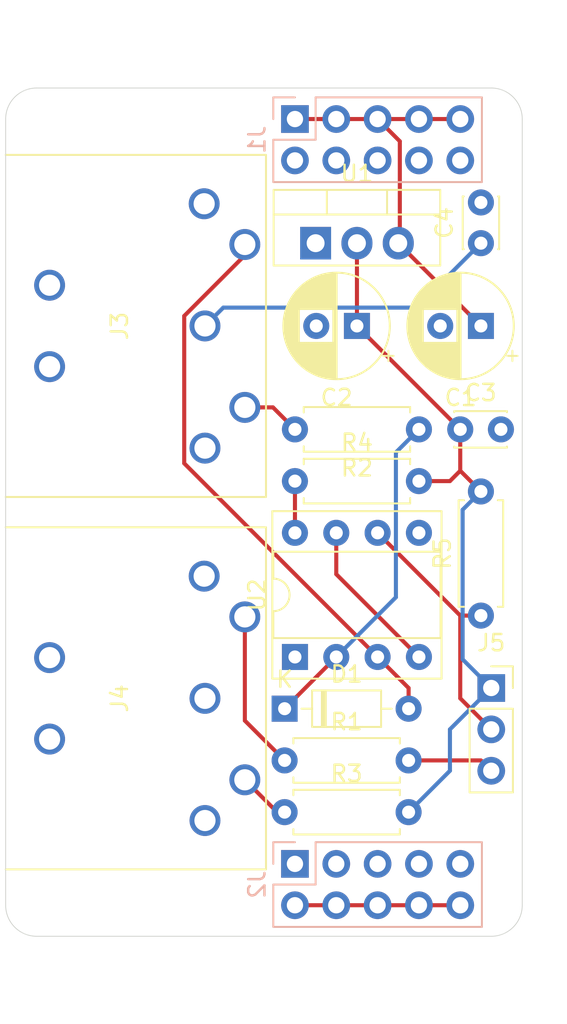
<source format=kicad_pcb>
(kicad_pcb (version 20171130) (host pcbnew "(5.1.6-0-10_14)")

  (general
    (thickness 1.6)
    (drawings 8)
    (tracks 46)
    (zones 0)
    (modules 17)
    (nets 14)
  )

  (page A4)
  (layers
    (0 F.Cu signal)
    (1 In1.Cu signal hide)
    (2 In2.Cu signal)
    (31 B.Cu signal)
    (32 B.Adhes user)
    (33 F.Adhes user)
    (34 B.Paste user)
    (35 F.Paste user)
    (36 B.SilkS user)
    (37 F.SilkS user)
    (38 B.Mask user)
    (39 F.Mask user)
    (40 Dwgs.User user)
    (41 Cmts.User user)
    (42 Eco1.User user)
    (43 Eco2.User user)
    (44 Edge.Cuts user)
    (45 Margin user)
    (46 B.CrtYd user)
    (47 F.CrtYd user)
    (48 B.Fab user)
    (49 F.Fab user)
  )

  (setup
    (last_trace_width 0.25)
    (trace_clearance 0.2)
    (zone_clearance 0.508)
    (zone_45_only no)
    (trace_min 0.2)
    (via_size 0.8)
    (via_drill 0.4)
    (via_min_size 0.4)
    (via_min_drill 0.3)
    (uvia_size 0.3)
    (uvia_drill 0.1)
    (uvias_allowed no)
    (uvia_min_size 0.2)
    (uvia_min_drill 0.1)
    (edge_width 0.05)
    (segment_width 0.2)
    (pcb_text_width 0.3)
    (pcb_text_size 1.5 1.5)
    (mod_edge_width 0.12)
    (mod_text_size 1 1)
    (mod_text_width 0.15)
    (pad_size 1.524 1.524)
    (pad_drill 0.762)
    (pad_to_mask_clearance 0.05)
    (aux_axis_origin 0 0)
    (visible_elements FFFFFF7F)
    (pcbplotparams
      (layerselection 0x010fc_ffffffff)
      (usegerberextensions false)
      (usegerberattributes true)
      (usegerberadvancedattributes true)
      (creategerberjobfile true)
      (excludeedgelayer true)
      (linewidth 0.100000)
      (plotframeref false)
      (viasonmask false)
      (mode 1)
      (useauxorigin false)
      (hpglpennumber 1)
      (hpglpenspeed 20)
      (hpglpendiameter 15.000000)
      (psnegative false)
      (psa4output false)
      (plotreference true)
      (plotvalue true)
      (plotinvisibletext false)
      (padsonsilk false)
      (subtractmaskfromsilk false)
      (outputformat 1)
      (mirror false)
      (drillshape 1)
      (scaleselection 1)
      (outputdirectory ""))
  )

  (net 0 "")
  (net 1 +12V)
  (net 2 GND)
  (net 3 VCC)
  (net 4 "Net-(C4-Pad1)")
  (net 5 "Net-(D1-Pad1)")
  (net 6 "Net-(D1-Pad2)")
  (net 7 -12V)
  (net 8 "Net-(J3-Pad4)")
  (net 9 "Net-(J4-Pad5)")
  (net 10 "Net-(J4-Pad4)")
  (net 11 "Net-(J5-Pad2)")
  (net 12 "Net-(J5-Pad3)")
  (net 13 "Net-(R4-Pad1)")

  (net_class Default "This is the default net class."
    (clearance 0.2)
    (trace_width 0.25)
    (via_dia 0.8)
    (via_drill 0.4)
    (uvia_dia 0.3)
    (uvia_drill 0.1)
    (add_net +12V)
    (add_net -12V)
    (add_net GND)
    (add_net "Net-(C4-Pad1)")
    (add_net "Net-(D1-Pad1)")
    (add_net "Net-(D1-Pad2)")
    (add_net "Net-(J3-Pad4)")
    (add_net "Net-(J4-Pad4)")
    (add_net "Net-(J4-Pad5)")
    (add_net "Net-(J5-Pad2)")
    (add_net "Net-(J5-Pad3)")
    (add_net "Net-(R4-Pad1)")
    (add_net VCC)
  )

  (module Capacitor_THT:CP_Radial_D6.3mm_P2.50mm (layer F.Cu) (tedit 5AE50EF0) (tstamp 5F31248E)
    (at 153.67 101.6 180)
    (descr "CP, Radial series, Radial, pin pitch=2.50mm, , diameter=6.3mm, Electrolytic Capacitor")
    (tags "CP Radial series Radial pin pitch 2.50mm  diameter 6.3mm Electrolytic Capacitor")
    (path /5F3FF5AF)
    (fp_text reference C1 (at 1.25 -4.4) (layer F.SilkS)
      (effects (font (size 1 1) (thickness 0.15)))
    )
    (fp_text value 47u (at 1.25 4.4) (layer F.Fab)
      (effects (font (size 1 1) (thickness 0.15)))
    )
    (fp_line (start -1.935241 -2.154) (end -1.935241 -1.524) (layer F.SilkS) (width 0.12))
    (fp_line (start -2.250241 -1.839) (end -1.620241 -1.839) (layer F.SilkS) (width 0.12))
    (fp_line (start 4.491 -0.402) (end 4.491 0.402) (layer F.SilkS) (width 0.12))
    (fp_line (start 4.451 -0.633) (end 4.451 0.633) (layer F.SilkS) (width 0.12))
    (fp_line (start 4.411 -0.802) (end 4.411 0.802) (layer F.SilkS) (width 0.12))
    (fp_line (start 4.371 -0.94) (end 4.371 0.94) (layer F.SilkS) (width 0.12))
    (fp_line (start 4.331 -1.059) (end 4.331 1.059) (layer F.SilkS) (width 0.12))
    (fp_line (start 4.291 -1.165) (end 4.291 1.165) (layer F.SilkS) (width 0.12))
    (fp_line (start 4.251 -1.262) (end 4.251 1.262) (layer F.SilkS) (width 0.12))
    (fp_line (start 4.211 -1.35) (end 4.211 1.35) (layer F.SilkS) (width 0.12))
    (fp_line (start 4.171 -1.432) (end 4.171 1.432) (layer F.SilkS) (width 0.12))
    (fp_line (start 4.131 -1.509) (end 4.131 1.509) (layer F.SilkS) (width 0.12))
    (fp_line (start 4.091 -1.581) (end 4.091 1.581) (layer F.SilkS) (width 0.12))
    (fp_line (start 4.051 -1.65) (end 4.051 1.65) (layer F.SilkS) (width 0.12))
    (fp_line (start 4.011 -1.714) (end 4.011 1.714) (layer F.SilkS) (width 0.12))
    (fp_line (start 3.971 -1.776) (end 3.971 1.776) (layer F.SilkS) (width 0.12))
    (fp_line (start 3.931 -1.834) (end 3.931 1.834) (layer F.SilkS) (width 0.12))
    (fp_line (start 3.891 -1.89) (end 3.891 1.89) (layer F.SilkS) (width 0.12))
    (fp_line (start 3.851 -1.944) (end 3.851 1.944) (layer F.SilkS) (width 0.12))
    (fp_line (start 3.811 -1.995) (end 3.811 1.995) (layer F.SilkS) (width 0.12))
    (fp_line (start 3.771 -2.044) (end 3.771 2.044) (layer F.SilkS) (width 0.12))
    (fp_line (start 3.731 -2.092) (end 3.731 2.092) (layer F.SilkS) (width 0.12))
    (fp_line (start 3.691 -2.137) (end 3.691 2.137) (layer F.SilkS) (width 0.12))
    (fp_line (start 3.651 -2.182) (end 3.651 2.182) (layer F.SilkS) (width 0.12))
    (fp_line (start 3.611 -2.224) (end 3.611 2.224) (layer F.SilkS) (width 0.12))
    (fp_line (start 3.571 -2.265) (end 3.571 2.265) (layer F.SilkS) (width 0.12))
    (fp_line (start 3.531 1.04) (end 3.531 2.305) (layer F.SilkS) (width 0.12))
    (fp_line (start 3.531 -2.305) (end 3.531 -1.04) (layer F.SilkS) (width 0.12))
    (fp_line (start 3.491 1.04) (end 3.491 2.343) (layer F.SilkS) (width 0.12))
    (fp_line (start 3.491 -2.343) (end 3.491 -1.04) (layer F.SilkS) (width 0.12))
    (fp_line (start 3.451 1.04) (end 3.451 2.38) (layer F.SilkS) (width 0.12))
    (fp_line (start 3.451 -2.38) (end 3.451 -1.04) (layer F.SilkS) (width 0.12))
    (fp_line (start 3.411 1.04) (end 3.411 2.416) (layer F.SilkS) (width 0.12))
    (fp_line (start 3.411 -2.416) (end 3.411 -1.04) (layer F.SilkS) (width 0.12))
    (fp_line (start 3.371 1.04) (end 3.371 2.45) (layer F.SilkS) (width 0.12))
    (fp_line (start 3.371 -2.45) (end 3.371 -1.04) (layer F.SilkS) (width 0.12))
    (fp_line (start 3.331 1.04) (end 3.331 2.484) (layer F.SilkS) (width 0.12))
    (fp_line (start 3.331 -2.484) (end 3.331 -1.04) (layer F.SilkS) (width 0.12))
    (fp_line (start 3.291 1.04) (end 3.291 2.516) (layer F.SilkS) (width 0.12))
    (fp_line (start 3.291 -2.516) (end 3.291 -1.04) (layer F.SilkS) (width 0.12))
    (fp_line (start 3.251 1.04) (end 3.251 2.548) (layer F.SilkS) (width 0.12))
    (fp_line (start 3.251 -2.548) (end 3.251 -1.04) (layer F.SilkS) (width 0.12))
    (fp_line (start 3.211 1.04) (end 3.211 2.578) (layer F.SilkS) (width 0.12))
    (fp_line (start 3.211 -2.578) (end 3.211 -1.04) (layer F.SilkS) (width 0.12))
    (fp_line (start 3.171 1.04) (end 3.171 2.607) (layer F.SilkS) (width 0.12))
    (fp_line (start 3.171 -2.607) (end 3.171 -1.04) (layer F.SilkS) (width 0.12))
    (fp_line (start 3.131 1.04) (end 3.131 2.636) (layer F.SilkS) (width 0.12))
    (fp_line (start 3.131 -2.636) (end 3.131 -1.04) (layer F.SilkS) (width 0.12))
    (fp_line (start 3.091 1.04) (end 3.091 2.664) (layer F.SilkS) (width 0.12))
    (fp_line (start 3.091 -2.664) (end 3.091 -1.04) (layer F.SilkS) (width 0.12))
    (fp_line (start 3.051 1.04) (end 3.051 2.69) (layer F.SilkS) (width 0.12))
    (fp_line (start 3.051 -2.69) (end 3.051 -1.04) (layer F.SilkS) (width 0.12))
    (fp_line (start 3.011 1.04) (end 3.011 2.716) (layer F.SilkS) (width 0.12))
    (fp_line (start 3.011 -2.716) (end 3.011 -1.04) (layer F.SilkS) (width 0.12))
    (fp_line (start 2.971 1.04) (end 2.971 2.742) (layer F.SilkS) (width 0.12))
    (fp_line (start 2.971 -2.742) (end 2.971 -1.04) (layer F.SilkS) (width 0.12))
    (fp_line (start 2.931 1.04) (end 2.931 2.766) (layer F.SilkS) (width 0.12))
    (fp_line (start 2.931 -2.766) (end 2.931 -1.04) (layer F.SilkS) (width 0.12))
    (fp_line (start 2.891 1.04) (end 2.891 2.79) (layer F.SilkS) (width 0.12))
    (fp_line (start 2.891 -2.79) (end 2.891 -1.04) (layer F.SilkS) (width 0.12))
    (fp_line (start 2.851 1.04) (end 2.851 2.812) (layer F.SilkS) (width 0.12))
    (fp_line (start 2.851 -2.812) (end 2.851 -1.04) (layer F.SilkS) (width 0.12))
    (fp_line (start 2.811 1.04) (end 2.811 2.834) (layer F.SilkS) (width 0.12))
    (fp_line (start 2.811 -2.834) (end 2.811 -1.04) (layer F.SilkS) (width 0.12))
    (fp_line (start 2.771 1.04) (end 2.771 2.856) (layer F.SilkS) (width 0.12))
    (fp_line (start 2.771 -2.856) (end 2.771 -1.04) (layer F.SilkS) (width 0.12))
    (fp_line (start 2.731 1.04) (end 2.731 2.876) (layer F.SilkS) (width 0.12))
    (fp_line (start 2.731 -2.876) (end 2.731 -1.04) (layer F.SilkS) (width 0.12))
    (fp_line (start 2.691 1.04) (end 2.691 2.896) (layer F.SilkS) (width 0.12))
    (fp_line (start 2.691 -2.896) (end 2.691 -1.04) (layer F.SilkS) (width 0.12))
    (fp_line (start 2.651 1.04) (end 2.651 2.916) (layer F.SilkS) (width 0.12))
    (fp_line (start 2.651 -2.916) (end 2.651 -1.04) (layer F.SilkS) (width 0.12))
    (fp_line (start 2.611 1.04) (end 2.611 2.934) (layer F.SilkS) (width 0.12))
    (fp_line (start 2.611 -2.934) (end 2.611 -1.04) (layer F.SilkS) (width 0.12))
    (fp_line (start 2.571 1.04) (end 2.571 2.952) (layer F.SilkS) (width 0.12))
    (fp_line (start 2.571 -2.952) (end 2.571 -1.04) (layer F.SilkS) (width 0.12))
    (fp_line (start 2.531 1.04) (end 2.531 2.97) (layer F.SilkS) (width 0.12))
    (fp_line (start 2.531 -2.97) (end 2.531 -1.04) (layer F.SilkS) (width 0.12))
    (fp_line (start 2.491 1.04) (end 2.491 2.986) (layer F.SilkS) (width 0.12))
    (fp_line (start 2.491 -2.986) (end 2.491 -1.04) (layer F.SilkS) (width 0.12))
    (fp_line (start 2.451 1.04) (end 2.451 3.002) (layer F.SilkS) (width 0.12))
    (fp_line (start 2.451 -3.002) (end 2.451 -1.04) (layer F.SilkS) (width 0.12))
    (fp_line (start 2.411 1.04) (end 2.411 3.018) (layer F.SilkS) (width 0.12))
    (fp_line (start 2.411 -3.018) (end 2.411 -1.04) (layer F.SilkS) (width 0.12))
    (fp_line (start 2.371 1.04) (end 2.371 3.033) (layer F.SilkS) (width 0.12))
    (fp_line (start 2.371 -3.033) (end 2.371 -1.04) (layer F.SilkS) (width 0.12))
    (fp_line (start 2.331 1.04) (end 2.331 3.047) (layer F.SilkS) (width 0.12))
    (fp_line (start 2.331 -3.047) (end 2.331 -1.04) (layer F.SilkS) (width 0.12))
    (fp_line (start 2.291 1.04) (end 2.291 3.061) (layer F.SilkS) (width 0.12))
    (fp_line (start 2.291 -3.061) (end 2.291 -1.04) (layer F.SilkS) (width 0.12))
    (fp_line (start 2.251 1.04) (end 2.251 3.074) (layer F.SilkS) (width 0.12))
    (fp_line (start 2.251 -3.074) (end 2.251 -1.04) (layer F.SilkS) (width 0.12))
    (fp_line (start 2.211 1.04) (end 2.211 3.086) (layer F.SilkS) (width 0.12))
    (fp_line (start 2.211 -3.086) (end 2.211 -1.04) (layer F.SilkS) (width 0.12))
    (fp_line (start 2.171 1.04) (end 2.171 3.098) (layer F.SilkS) (width 0.12))
    (fp_line (start 2.171 -3.098) (end 2.171 -1.04) (layer F.SilkS) (width 0.12))
    (fp_line (start 2.131 1.04) (end 2.131 3.11) (layer F.SilkS) (width 0.12))
    (fp_line (start 2.131 -3.11) (end 2.131 -1.04) (layer F.SilkS) (width 0.12))
    (fp_line (start 2.091 1.04) (end 2.091 3.121) (layer F.SilkS) (width 0.12))
    (fp_line (start 2.091 -3.121) (end 2.091 -1.04) (layer F.SilkS) (width 0.12))
    (fp_line (start 2.051 1.04) (end 2.051 3.131) (layer F.SilkS) (width 0.12))
    (fp_line (start 2.051 -3.131) (end 2.051 -1.04) (layer F.SilkS) (width 0.12))
    (fp_line (start 2.011 1.04) (end 2.011 3.141) (layer F.SilkS) (width 0.12))
    (fp_line (start 2.011 -3.141) (end 2.011 -1.04) (layer F.SilkS) (width 0.12))
    (fp_line (start 1.971 1.04) (end 1.971 3.15) (layer F.SilkS) (width 0.12))
    (fp_line (start 1.971 -3.15) (end 1.971 -1.04) (layer F.SilkS) (width 0.12))
    (fp_line (start 1.93 1.04) (end 1.93 3.159) (layer F.SilkS) (width 0.12))
    (fp_line (start 1.93 -3.159) (end 1.93 -1.04) (layer F.SilkS) (width 0.12))
    (fp_line (start 1.89 1.04) (end 1.89 3.167) (layer F.SilkS) (width 0.12))
    (fp_line (start 1.89 -3.167) (end 1.89 -1.04) (layer F.SilkS) (width 0.12))
    (fp_line (start 1.85 1.04) (end 1.85 3.175) (layer F.SilkS) (width 0.12))
    (fp_line (start 1.85 -3.175) (end 1.85 -1.04) (layer F.SilkS) (width 0.12))
    (fp_line (start 1.81 1.04) (end 1.81 3.182) (layer F.SilkS) (width 0.12))
    (fp_line (start 1.81 -3.182) (end 1.81 -1.04) (layer F.SilkS) (width 0.12))
    (fp_line (start 1.77 1.04) (end 1.77 3.189) (layer F.SilkS) (width 0.12))
    (fp_line (start 1.77 -3.189) (end 1.77 -1.04) (layer F.SilkS) (width 0.12))
    (fp_line (start 1.73 1.04) (end 1.73 3.195) (layer F.SilkS) (width 0.12))
    (fp_line (start 1.73 -3.195) (end 1.73 -1.04) (layer F.SilkS) (width 0.12))
    (fp_line (start 1.69 1.04) (end 1.69 3.201) (layer F.SilkS) (width 0.12))
    (fp_line (start 1.69 -3.201) (end 1.69 -1.04) (layer F.SilkS) (width 0.12))
    (fp_line (start 1.65 1.04) (end 1.65 3.206) (layer F.SilkS) (width 0.12))
    (fp_line (start 1.65 -3.206) (end 1.65 -1.04) (layer F.SilkS) (width 0.12))
    (fp_line (start 1.61 1.04) (end 1.61 3.211) (layer F.SilkS) (width 0.12))
    (fp_line (start 1.61 -3.211) (end 1.61 -1.04) (layer F.SilkS) (width 0.12))
    (fp_line (start 1.57 1.04) (end 1.57 3.215) (layer F.SilkS) (width 0.12))
    (fp_line (start 1.57 -3.215) (end 1.57 -1.04) (layer F.SilkS) (width 0.12))
    (fp_line (start 1.53 1.04) (end 1.53 3.218) (layer F.SilkS) (width 0.12))
    (fp_line (start 1.53 -3.218) (end 1.53 -1.04) (layer F.SilkS) (width 0.12))
    (fp_line (start 1.49 1.04) (end 1.49 3.222) (layer F.SilkS) (width 0.12))
    (fp_line (start 1.49 -3.222) (end 1.49 -1.04) (layer F.SilkS) (width 0.12))
    (fp_line (start 1.45 -3.224) (end 1.45 3.224) (layer F.SilkS) (width 0.12))
    (fp_line (start 1.41 -3.227) (end 1.41 3.227) (layer F.SilkS) (width 0.12))
    (fp_line (start 1.37 -3.228) (end 1.37 3.228) (layer F.SilkS) (width 0.12))
    (fp_line (start 1.33 -3.23) (end 1.33 3.23) (layer F.SilkS) (width 0.12))
    (fp_line (start 1.29 -3.23) (end 1.29 3.23) (layer F.SilkS) (width 0.12))
    (fp_line (start 1.25 -3.23) (end 1.25 3.23) (layer F.SilkS) (width 0.12))
    (fp_line (start -1.128972 -1.6885) (end -1.128972 -1.0585) (layer F.Fab) (width 0.1))
    (fp_line (start -1.443972 -1.3735) (end -0.813972 -1.3735) (layer F.Fab) (width 0.1))
    (fp_circle (center 1.25 0) (end 4.65 0) (layer F.CrtYd) (width 0.05))
    (fp_circle (center 1.25 0) (end 4.52 0) (layer F.SilkS) (width 0.12))
    (fp_circle (center 1.25 0) (end 4.4 0) (layer F.Fab) (width 0.1))
    (fp_text user %R (at 1.25 0) (layer F.Fab)
      (effects (font (size 1 1) (thickness 0.15)))
    )
    (pad 1 thru_hole rect (at 0 0 180) (size 1.6 1.6) (drill 0.8) (layers *.Cu *.Mask)
      (net 1 +12V))
    (pad 2 thru_hole circle (at 2.5 0 180) (size 1.6 1.6) (drill 0.8) (layers *.Cu *.Mask)
      (net 2 GND))
    (model ${KISYS3DMOD}/Capacitor_THT.3dshapes/CP_Radial_D6.3mm_P2.50mm.wrl
      (at (xyz 0 0 0))
      (scale (xyz 1 1 1))
      (rotate (xyz 0 0 0))
    )
  )

  (module Capacitor_THT:CP_Radial_D6.3mm_P2.50mm (layer F.Cu) (tedit 5AE50EF0) (tstamp 5F31211B)
    (at 146.05 101.6 180)
    (descr "CP, Radial series, Radial, pin pitch=2.50mm, , diameter=6.3mm, Electrolytic Capacitor")
    (tags "CP Radial series Radial pin pitch 2.50mm  diameter 6.3mm Electrolytic Capacitor")
    (path /5F3FFD5D)
    (fp_text reference C2 (at 1.25 -4.4) (layer F.SilkS)
      (effects (font (size 1 1) (thickness 0.15)))
    )
    (fp_text value 47u (at 1.25 4.4) (layer F.Fab)
      (effects (font (size 1 1) (thickness 0.15)))
    )
    (fp_text user %R (at 1.25 0) (layer F.Fab)
      (effects (font (size 1 1) (thickness 0.15)))
    )
    (fp_circle (center 1.25 0) (end 4.4 0) (layer F.Fab) (width 0.1))
    (fp_circle (center 1.25 0) (end 4.52 0) (layer F.SilkS) (width 0.12))
    (fp_circle (center 1.25 0) (end 4.65 0) (layer F.CrtYd) (width 0.05))
    (fp_line (start -1.443972 -1.3735) (end -0.813972 -1.3735) (layer F.Fab) (width 0.1))
    (fp_line (start -1.128972 -1.6885) (end -1.128972 -1.0585) (layer F.Fab) (width 0.1))
    (fp_line (start 1.25 -3.23) (end 1.25 3.23) (layer F.SilkS) (width 0.12))
    (fp_line (start 1.29 -3.23) (end 1.29 3.23) (layer F.SilkS) (width 0.12))
    (fp_line (start 1.33 -3.23) (end 1.33 3.23) (layer F.SilkS) (width 0.12))
    (fp_line (start 1.37 -3.228) (end 1.37 3.228) (layer F.SilkS) (width 0.12))
    (fp_line (start 1.41 -3.227) (end 1.41 3.227) (layer F.SilkS) (width 0.12))
    (fp_line (start 1.45 -3.224) (end 1.45 3.224) (layer F.SilkS) (width 0.12))
    (fp_line (start 1.49 -3.222) (end 1.49 -1.04) (layer F.SilkS) (width 0.12))
    (fp_line (start 1.49 1.04) (end 1.49 3.222) (layer F.SilkS) (width 0.12))
    (fp_line (start 1.53 -3.218) (end 1.53 -1.04) (layer F.SilkS) (width 0.12))
    (fp_line (start 1.53 1.04) (end 1.53 3.218) (layer F.SilkS) (width 0.12))
    (fp_line (start 1.57 -3.215) (end 1.57 -1.04) (layer F.SilkS) (width 0.12))
    (fp_line (start 1.57 1.04) (end 1.57 3.215) (layer F.SilkS) (width 0.12))
    (fp_line (start 1.61 -3.211) (end 1.61 -1.04) (layer F.SilkS) (width 0.12))
    (fp_line (start 1.61 1.04) (end 1.61 3.211) (layer F.SilkS) (width 0.12))
    (fp_line (start 1.65 -3.206) (end 1.65 -1.04) (layer F.SilkS) (width 0.12))
    (fp_line (start 1.65 1.04) (end 1.65 3.206) (layer F.SilkS) (width 0.12))
    (fp_line (start 1.69 -3.201) (end 1.69 -1.04) (layer F.SilkS) (width 0.12))
    (fp_line (start 1.69 1.04) (end 1.69 3.201) (layer F.SilkS) (width 0.12))
    (fp_line (start 1.73 -3.195) (end 1.73 -1.04) (layer F.SilkS) (width 0.12))
    (fp_line (start 1.73 1.04) (end 1.73 3.195) (layer F.SilkS) (width 0.12))
    (fp_line (start 1.77 -3.189) (end 1.77 -1.04) (layer F.SilkS) (width 0.12))
    (fp_line (start 1.77 1.04) (end 1.77 3.189) (layer F.SilkS) (width 0.12))
    (fp_line (start 1.81 -3.182) (end 1.81 -1.04) (layer F.SilkS) (width 0.12))
    (fp_line (start 1.81 1.04) (end 1.81 3.182) (layer F.SilkS) (width 0.12))
    (fp_line (start 1.85 -3.175) (end 1.85 -1.04) (layer F.SilkS) (width 0.12))
    (fp_line (start 1.85 1.04) (end 1.85 3.175) (layer F.SilkS) (width 0.12))
    (fp_line (start 1.89 -3.167) (end 1.89 -1.04) (layer F.SilkS) (width 0.12))
    (fp_line (start 1.89 1.04) (end 1.89 3.167) (layer F.SilkS) (width 0.12))
    (fp_line (start 1.93 -3.159) (end 1.93 -1.04) (layer F.SilkS) (width 0.12))
    (fp_line (start 1.93 1.04) (end 1.93 3.159) (layer F.SilkS) (width 0.12))
    (fp_line (start 1.971 -3.15) (end 1.971 -1.04) (layer F.SilkS) (width 0.12))
    (fp_line (start 1.971 1.04) (end 1.971 3.15) (layer F.SilkS) (width 0.12))
    (fp_line (start 2.011 -3.141) (end 2.011 -1.04) (layer F.SilkS) (width 0.12))
    (fp_line (start 2.011 1.04) (end 2.011 3.141) (layer F.SilkS) (width 0.12))
    (fp_line (start 2.051 -3.131) (end 2.051 -1.04) (layer F.SilkS) (width 0.12))
    (fp_line (start 2.051 1.04) (end 2.051 3.131) (layer F.SilkS) (width 0.12))
    (fp_line (start 2.091 -3.121) (end 2.091 -1.04) (layer F.SilkS) (width 0.12))
    (fp_line (start 2.091 1.04) (end 2.091 3.121) (layer F.SilkS) (width 0.12))
    (fp_line (start 2.131 -3.11) (end 2.131 -1.04) (layer F.SilkS) (width 0.12))
    (fp_line (start 2.131 1.04) (end 2.131 3.11) (layer F.SilkS) (width 0.12))
    (fp_line (start 2.171 -3.098) (end 2.171 -1.04) (layer F.SilkS) (width 0.12))
    (fp_line (start 2.171 1.04) (end 2.171 3.098) (layer F.SilkS) (width 0.12))
    (fp_line (start 2.211 -3.086) (end 2.211 -1.04) (layer F.SilkS) (width 0.12))
    (fp_line (start 2.211 1.04) (end 2.211 3.086) (layer F.SilkS) (width 0.12))
    (fp_line (start 2.251 -3.074) (end 2.251 -1.04) (layer F.SilkS) (width 0.12))
    (fp_line (start 2.251 1.04) (end 2.251 3.074) (layer F.SilkS) (width 0.12))
    (fp_line (start 2.291 -3.061) (end 2.291 -1.04) (layer F.SilkS) (width 0.12))
    (fp_line (start 2.291 1.04) (end 2.291 3.061) (layer F.SilkS) (width 0.12))
    (fp_line (start 2.331 -3.047) (end 2.331 -1.04) (layer F.SilkS) (width 0.12))
    (fp_line (start 2.331 1.04) (end 2.331 3.047) (layer F.SilkS) (width 0.12))
    (fp_line (start 2.371 -3.033) (end 2.371 -1.04) (layer F.SilkS) (width 0.12))
    (fp_line (start 2.371 1.04) (end 2.371 3.033) (layer F.SilkS) (width 0.12))
    (fp_line (start 2.411 -3.018) (end 2.411 -1.04) (layer F.SilkS) (width 0.12))
    (fp_line (start 2.411 1.04) (end 2.411 3.018) (layer F.SilkS) (width 0.12))
    (fp_line (start 2.451 -3.002) (end 2.451 -1.04) (layer F.SilkS) (width 0.12))
    (fp_line (start 2.451 1.04) (end 2.451 3.002) (layer F.SilkS) (width 0.12))
    (fp_line (start 2.491 -2.986) (end 2.491 -1.04) (layer F.SilkS) (width 0.12))
    (fp_line (start 2.491 1.04) (end 2.491 2.986) (layer F.SilkS) (width 0.12))
    (fp_line (start 2.531 -2.97) (end 2.531 -1.04) (layer F.SilkS) (width 0.12))
    (fp_line (start 2.531 1.04) (end 2.531 2.97) (layer F.SilkS) (width 0.12))
    (fp_line (start 2.571 -2.952) (end 2.571 -1.04) (layer F.SilkS) (width 0.12))
    (fp_line (start 2.571 1.04) (end 2.571 2.952) (layer F.SilkS) (width 0.12))
    (fp_line (start 2.611 -2.934) (end 2.611 -1.04) (layer F.SilkS) (width 0.12))
    (fp_line (start 2.611 1.04) (end 2.611 2.934) (layer F.SilkS) (width 0.12))
    (fp_line (start 2.651 -2.916) (end 2.651 -1.04) (layer F.SilkS) (width 0.12))
    (fp_line (start 2.651 1.04) (end 2.651 2.916) (layer F.SilkS) (width 0.12))
    (fp_line (start 2.691 -2.896) (end 2.691 -1.04) (layer F.SilkS) (width 0.12))
    (fp_line (start 2.691 1.04) (end 2.691 2.896) (layer F.SilkS) (width 0.12))
    (fp_line (start 2.731 -2.876) (end 2.731 -1.04) (layer F.SilkS) (width 0.12))
    (fp_line (start 2.731 1.04) (end 2.731 2.876) (layer F.SilkS) (width 0.12))
    (fp_line (start 2.771 -2.856) (end 2.771 -1.04) (layer F.SilkS) (width 0.12))
    (fp_line (start 2.771 1.04) (end 2.771 2.856) (layer F.SilkS) (width 0.12))
    (fp_line (start 2.811 -2.834) (end 2.811 -1.04) (layer F.SilkS) (width 0.12))
    (fp_line (start 2.811 1.04) (end 2.811 2.834) (layer F.SilkS) (width 0.12))
    (fp_line (start 2.851 -2.812) (end 2.851 -1.04) (layer F.SilkS) (width 0.12))
    (fp_line (start 2.851 1.04) (end 2.851 2.812) (layer F.SilkS) (width 0.12))
    (fp_line (start 2.891 -2.79) (end 2.891 -1.04) (layer F.SilkS) (width 0.12))
    (fp_line (start 2.891 1.04) (end 2.891 2.79) (layer F.SilkS) (width 0.12))
    (fp_line (start 2.931 -2.766) (end 2.931 -1.04) (layer F.SilkS) (width 0.12))
    (fp_line (start 2.931 1.04) (end 2.931 2.766) (layer F.SilkS) (width 0.12))
    (fp_line (start 2.971 -2.742) (end 2.971 -1.04) (layer F.SilkS) (width 0.12))
    (fp_line (start 2.971 1.04) (end 2.971 2.742) (layer F.SilkS) (width 0.12))
    (fp_line (start 3.011 -2.716) (end 3.011 -1.04) (layer F.SilkS) (width 0.12))
    (fp_line (start 3.011 1.04) (end 3.011 2.716) (layer F.SilkS) (width 0.12))
    (fp_line (start 3.051 -2.69) (end 3.051 -1.04) (layer F.SilkS) (width 0.12))
    (fp_line (start 3.051 1.04) (end 3.051 2.69) (layer F.SilkS) (width 0.12))
    (fp_line (start 3.091 -2.664) (end 3.091 -1.04) (layer F.SilkS) (width 0.12))
    (fp_line (start 3.091 1.04) (end 3.091 2.664) (layer F.SilkS) (width 0.12))
    (fp_line (start 3.131 -2.636) (end 3.131 -1.04) (layer F.SilkS) (width 0.12))
    (fp_line (start 3.131 1.04) (end 3.131 2.636) (layer F.SilkS) (width 0.12))
    (fp_line (start 3.171 -2.607) (end 3.171 -1.04) (layer F.SilkS) (width 0.12))
    (fp_line (start 3.171 1.04) (end 3.171 2.607) (layer F.SilkS) (width 0.12))
    (fp_line (start 3.211 -2.578) (end 3.211 -1.04) (layer F.SilkS) (width 0.12))
    (fp_line (start 3.211 1.04) (end 3.211 2.578) (layer F.SilkS) (width 0.12))
    (fp_line (start 3.251 -2.548) (end 3.251 -1.04) (layer F.SilkS) (width 0.12))
    (fp_line (start 3.251 1.04) (end 3.251 2.548) (layer F.SilkS) (width 0.12))
    (fp_line (start 3.291 -2.516) (end 3.291 -1.04) (layer F.SilkS) (width 0.12))
    (fp_line (start 3.291 1.04) (end 3.291 2.516) (layer F.SilkS) (width 0.12))
    (fp_line (start 3.331 -2.484) (end 3.331 -1.04) (layer F.SilkS) (width 0.12))
    (fp_line (start 3.331 1.04) (end 3.331 2.484) (layer F.SilkS) (width 0.12))
    (fp_line (start 3.371 -2.45) (end 3.371 -1.04) (layer F.SilkS) (width 0.12))
    (fp_line (start 3.371 1.04) (end 3.371 2.45) (layer F.SilkS) (width 0.12))
    (fp_line (start 3.411 -2.416) (end 3.411 -1.04) (layer F.SilkS) (width 0.12))
    (fp_line (start 3.411 1.04) (end 3.411 2.416) (layer F.SilkS) (width 0.12))
    (fp_line (start 3.451 -2.38) (end 3.451 -1.04) (layer F.SilkS) (width 0.12))
    (fp_line (start 3.451 1.04) (end 3.451 2.38) (layer F.SilkS) (width 0.12))
    (fp_line (start 3.491 -2.343) (end 3.491 -1.04) (layer F.SilkS) (width 0.12))
    (fp_line (start 3.491 1.04) (end 3.491 2.343) (layer F.SilkS) (width 0.12))
    (fp_line (start 3.531 -2.305) (end 3.531 -1.04) (layer F.SilkS) (width 0.12))
    (fp_line (start 3.531 1.04) (end 3.531 2.305) (layer F.SilkS) (width 0.12))
    (fp_line (start 3.571 -2.265) (end 3.571 2.265) (layer F.SilkS) (width 0.12))
    (fp_line (start 3.611 -2.224) (end 3.611 2.224) (layer F.SilkS) (width 0.12))
    (fp_line (start 3.651 -2.182) (end 3.651 2.182) (layer F.SilkS) (width 0.12))
    (fp_line (start 3.691 -2.137) (end 3.691 2.137) (layer F.SilkS) (width 0.12))
    (fp_line (start 3.731 -2.092) (end 3.731 2.092) (layer F.SilkS) (width 0.12))
    (fp_line (start 3.771 -2.044) (end 3.771 2.044) (layer F.SilkS) (width 0.12))
    (fp_line (start 3.811 -1.995) (end 3.811 1.995) (layer F.SilkS) (width 0.12))
    (fp_line (start 3.851 -1.944) (end 3.851 1.944) (layer F.SilkS) (width 0.12))
    (fp_line (start 3.891 -1.89) (end 3.891 1.89) (layer F.SilkS) (width 0.12))
    (fp_line (start 3.931 -1.834) (end 3.931 1.834) (layer F.SilkS) (width 0.12))
    (fp_line (start 3.971 -1.776) (end 3.971 1.776) (layer F.SilkS) (width 0.12))
    (fp_line (start 4.011 -1.714) (end 4.011 1.714) (layer F.SilkS) (width 0.12))
    (fp_line (start 4.051 -1.65) (end 4.051 1.65) (layer F.SilkS) (width 0.12))
    (fp_line (start 4.091 -1.581) (end 4.091 1.581) (layer F.SilkS) (width 0.12))
    (fp_line (start 4.131 -1.509) (end 4.131 1.509) (layer F.SilkS) (width 0.12))
    (fp_line (start 4.171 -1.432) (end 4.171 1.432) (layer F.SilkS) (width 0.12))
    (fp_line (start 4.211 -1.35) (end 4.211 1.35) (layer F.SilkS) (width 0.12))
    (fp_line (start 4.251 -1.262) (end 4.251 1.262) (layer F.SilkS) (width 0.12))
    (fp_line (start 4.291 -1.165) (end 4.291 1.165) (layer F.SilkS) (width 0.12))
    (fp_line (start 4.331 -1.059) (end 4.331 1.059) (layer F.SilkS) (width 0.12))
    (fp_line (start 4.371 -0.94) (end 4.371 0.94) (layer F.SilkS) (width 0.12))
    (fp_line (start 4.411 -0.802) (end 4.411 0.802) (layer F.SilkS) (width 0.12))
    (fp_line (start 4.451 -0.633) (end 4.451 0.633) (layer F.SilkS) (width 0.12))
    (fp_line (start 4.491 -0.402) (end 4.491 0.402) (layer F.SilkS) (width 0.12))
    (fp_line (start -2.250241 -1.839) (end -1.620241 -1.839) (layer F.SilkS) (width 0.12))
    (fp_line (start -1.935241 -2.154) (end -1.935241 -1.524) (layer F.SilkS) (width 0.12))
    (pad 2 thru_hole circle (at 2.5 0 180) (size 1.6 1.6) (drill 0.8) (layers *.Cu *.Mask)
      (net 2 GND))
    (pad 1 thru_hole rect (at 0 0 180) (size 1.6 1.6) (drill 0.8) (layers *.Cu *.Mask)
      (net 3 VCC))
    (model ${KISYS3DMOD}/Capacitor_THT.3dshapes/CP_Radial_D6.3mm_P2.50mm.wrl
      (at (xyz 0 0 0))
      (scale (xyz 1 1 1))
      (rotate (xyz 0 0 0))
    )
  )

  (module Capacitor_THT:C_Disc_D3.0mm_W2.0mm_P2.50mm (layer F.Cu) (tedit 5AE50EF0) (tstamp 5F311239)
    (at 152.4 107.95)
    (descr "C, Disc series, Radial, pin pitch=2.50mm, , diameter*width=3*2mm^2, Capacitor")
    (tags "C Disc series Radial pin pitch 2.50mm  diameter 3mm width 2mm Capacitor")
    (path /5F4608A6)
    (fp_text reference C3 (at 1.25 -2.25) (layer F.SilkS)
      (effects (font (size 1 1) (thickness 0.15)))
    )
    (fp_text value 100n (at 1.25 2.25) (layer F.Fab)
      (effects (font (size 1 1) (thickness 0.15)))
    )
    (fp_text user %R (at 1.25 0) (layer F.Fab)
      (effects (font (size 0.6 0.6) (thickness 0.09)))
    )
    (fp_line (start -0.25 -1) (end -0.25 1) (layer F.Fab) (width 0.1))
    (fp_line (start -0.25 1) (end 2.75 1) (layer F.Fab) (width 0.1))
    (fp_line (start 2.75 1) (end 2.75 -1) (layer F.Fab) (width 0.1))
    (fp_line (start 2.75 -1) (end -0.25 -1) (layer F.Fab) (width 0.1))
    (fp_line (start -0.37 -1.12) (end 2.87 -1.12) (layer F.SilkS) (width 0.12))
    (fp_line (start -0.37 1.12) (end 2.87 1.12) (layer F.SilkS) (width 0.12))
    (fp_line (start -0.37 -1.12) (end -0.37 -1.055) (layer F.SilkS) (width 0.12))
    (fp_line (start -0.37 1.055) (end -0.37 1.12) (layer F.SilkS) (width 0.12))
    (fp_line (start 2.87 -1.12) (end 2.87 -1.055) (layer F.SilkS) (width 0.12))
    (fp_line (start 2.87 1.055) (end 2.87 1.12) (layer F.SilkS) (width 0.12))
    (fp_line (start -1.05 -1.25) (end -1.05 1.25) (layer F.CrtYd) (width 0.05))
    (fp_line (start -1.05 1.25) (end 3.55 1.25) (layer F.CrtYd) (width 0.05))
    (fp_line (start 3.55 1.25) (end 3.55 -1.25) (layer F.CrtYd) (width 0.05))
    (fp_line (start 3.55 -1.25) (end -1.05 -1.25) (layer F.CrtYd) (width 0.05))
    (pad 2 thru_hole circle (at 2.5 0) (size 1.6 1.6) (drill 0.8) (layers *.Cu *.Mask)
      (net 2 GND))
    (pad 1 thru_hole circle (at 0 0) (size 1.6 1.6) (drill 0.8) (layers *.Cu *.Mask)
      (net 3 VCC))
    (model ${KISYS3DMOD}/Capacitor_THT.3dshapes/C_Disc_D3.0mm_W2.0mm_P2.50mm.wrl
      (at (xyz 0 0 0))
      (scale (xyz 1 1 1))
      (rotate (xyz 0 0 0))
    )
  )

  (module Capacitor_THT:C_Disc_D3.0mm_W2.0mm_P2.50mm (layer F.Cu) (tedit 5AE50EF0) (tstamp 5F31274F)
    (at 153.67 96.52 90)
    (descr "C, Disc series, Radial, pin pitch=2.50mm, , diameter*width=3*2mm^2, Capacitor")
    (tags "C Disc series Radial pin pitch 2.50mm  diameter 3mm width 2mm Capacitor")
    (path /5F449870)
    (fp_text reference C4 (at 1.25 -2.25 90) (layer F.SilkS)
      (effects (font (size 1 1) (thickness 0.15)))
    )
    (fp_text value 100n (at 1.25 2.25 90) (layer F.Fab)
      (effects (font (size 1 1) (thickness 0.15)))
    )
    (fp_line (start 3.55 -1.25) (end -1.05 -1.25) (layer F.CrtYd) (width 0.05))
    (fp_line (start 3.55 1.25) (end 3.55 -1.25) (layer F.CrtYd) (width 0.05))
    (fp_line (start -1.05 1.25) (end 3.55 1.25) (layer F.CrtYd) (width 0.05))
    (fp_line (start -1.05 -1.25) (end -1.05 1.25) (layer F.CrtYd) (width 0.05))
    (fp_line (start 2.87 1.055) (end 2.87 1.12) (layer F.SilkS) (width 0.12))
    (fp_line (start 2.87 -1.12) (end 2.87 -1.055) (layer F.SilkS) (width 0.12))
    (fp_line (start -0.37 1.055) (end -0.37 1.12) (layer F.SilkS) (width 0.12))
    (fp_line (start -0.37 -1.12) (end -0.37 -1.055) (layer F.SilkS) (width 0.12))
    (fp_line (start -0.37 1.12) (end 2.87 1.12) (layer F.SilkS) (width 0.12))
    (fp_line (start -0.37 -1.12) (end 2.87 -1.12) (layer F.SilkS) (width 0.12))
    (fp_line (start 2.75 -1) (end -0.25 -1) (layer F.Fab) (width 0.1))
    (fp_line (start 2.75 1) (end 2.75 -1) (layer F.Fab) (width 0.1))
    (fp_line (start -0.25 1) (end 2.75 1) (layer F.Fab) (width 0.1))
    (fp_line (start -0.25 -1) (end -0.25 1) (layer F.Fab) (width 0.1))
    (fp_text user %R (at 1.25 0 90) (layer F.Fab)
      (effects (font (size 0.6 0.6) (thickness 0.09)))
    )
    (pad 1 thru_hole circle (at 0 0 90) (size 1.6 1.6) (drill 0.8) (layers *.Cu *.Mask)
      (net 4 "Net-(C4-Pad1)"))
    (pad 2 thru_hole circle (at 2.5 0 90) (size 1.6 1.6) (drill 0.8) (layers *.Cu *.Mask)
      (net 2 GND))
    (model ${KISYS3DMOD}/Capacitor_THT.3dshapes/C_Disc_D3.0mm_W2.0mm_P2.50mm.wrl
      (at (xyz 0 0 0))
      (scale (xyz 1 1 1))
      (rotate (xyz 0 0 0))
    )
  )

  (module Diode_THT:D_DO-35_SOD27_P7.62mm_Horizontal (layer F.Cu) (tedit 5AE50CD5) (tstamp 5F313024)
    (at 141.605 125.095)
    (descr "Diode, DO-35_SOD27 series, Axial, Horizontal, pin pitch=7.62mm, , length*diameter=4*2mm^2, , http://www.diodes.com/_files/packages/DO-35.pdf")
    (tags "Diode DO-35_SOD27 series Axial Horizontal pin pitch 7.62mm  length 4mm diameter 2mm")
    (path /5F4336C5)
    (fp_text reference D1 (at 3.81 -2.12) (layer F.SilkS)
      (effects (font (size 1 1) (thickness 0.15)))
    )
    (fp_text value D_Small (at 3.81 2.12) (layer F.Fab)
      (effects (font (size 1 1) (thickness 0.15)))
    )
    (fp_line (start 8.67 -1.25) (end -1.05 -1.25) (layer F.CrtYd) (width 0.05))
    (fp_line (start 8.67 1.25) (end 8.67 -1.25) (layer F.CrtYd) (width 0.05))
    (fp_line (start -1.05 1.25) (end 8.67 1.25) (layer F.CrtYd) (width 0.05))
    (fp_line (start -1.05 -1.25) (end -1.05 1.25) (layer F.CrtYd) (width 0.05))
    (fp_line (start 2.29 -1.12) (end 2.29 1.12) (layer F.SilkS) (width 0.12))
    (fp_line (start 2.53 -1.12) (end 2.53 1.12) (layer F.SilkS) (width 0.12))
    (fp_line (start 2.41 -1.12) (end 2.41 1.12) (layer F.SilkS) (width 0.12))
    (fp_line (start 6.58 0) (end 5.93 0) (layer F.SilkS) (width 0.12))
    (fp_line (start 1.04 0) (end 1.69 0) (layer F.SilkS) (width 0.12))
    (fp_line (start 5.93 -1.12) (end 1.69 -1.12) (layer F.SilkS) (width 0.12))
    (fp_line (start 5.93 1.12) (end 5.93 -1.12) (layer F.SilkS) (width 0.12))
    (fp_line (start 1.69 1.12) (end 5.93 1.12) (layer F.SilkS) (width 0.12))
    (fp_line (start 1.69 -1.12) (end 1.69 1.12) (layer F.SilkS) (width 0.12))
    (fp_line (start 2.31 -1) (end 2.31 1) (layer F.Fab) (width 0.1))
    (fp_line (start 2.51 -1) (end 2.51 1) (layer F.Fab) (width 0.1))
    (fp_line (start 2.41 -1) (end 2.41 1) (layer F.Fab) (width 0.1))
    (fp_line (start 7.62 0) (end 5.81 0) (layer F.Fab) (width 0.1))
    (fp_line (start 0 0) (end 1.81 0) (layer F.Fab) (width 0.1))
    (fp_line (start 5.81 -1) (end 1.81 -1) (layer F.Fab) (width 0.1))
    (fp_line (start 5.81 1) (end 5.81 -1) (layer F.Fab) (width 0.1))
    (fp_line (start 1.81 1) (end 5.81 1) (layer F.Fab) (width 0.1))
    (fp_line (start 1.81 -1) (end 1.81 1) (layer F.Fab) (width 0.1))
    (fp_text user %R (at 4.11 0) (layer F.Fab)
      (effects (font (size 0.8 0.8) (thickness 0.12)))
    )
    (fp_text user K (at 0 -1.8) (layer F.Fab)
      (effects (font (size 1 1) (thickness 0.15)))
    )
    (fp_text user K (at 0 -1.8) (layer F.SilkS)
      (effects (font (size 1 1) (thickness 0.15)))
    )
    (pad 1 thru_hole rect (at 0 0) (size 1.6 1.6) (drill 0.8) (layers *.Cu *.Mask)
      (net 5 "Net-(D1-Pad1)"))
    (pad 2 thru_hole oval (at 7.62 0) (size 1.6 1.6) (drill 0.8) (layers *.Cu *.Mask)
      (net 6 "Net-(D1-Pad2)"))
    (model ${KISYS3DMOD}/Diode_THT.3dshapes/D_DO-35_SOD27_P7.62mm_Horizontal.wrl
      (at (xyz 0 0 0))
      (scale (xyz 1 1 1))
      (rotate (xyz 0 0 0))
    )
  )

  (module Connector_PinHeader_2.54mm:PinHeader_2x05_P2.54mm_Vertical (layer B.Cu) (tedit 59FED5CC) (tstamp 5F30FEC3)
    (at 142.24 88.9 270)
    (descr "Through hole straight pin header, 2x05, 2.54mm pitch, double rows")
    (tags "Through hole pin header THT 2x05 2.54mm double row")
    (path /5F3F8F90)
    (fp_text reference J1 (at 1.27 2.33 270) (layer B.SilkS)
      (effects (font (size 1 1) (thickness 0.15)) (justify mirror))
    )
    (fp_text value Conn_02x05_Odd_Even (at 1.27 -12.49 270) (layer B.Fab)
      (effects (font (size 1 1) (thickness 0.15)) (justify mirror))
    )
    (fp_line (start 4.35 1.8) (end -1.8 1.8) (layer B.CrtYd) (width 0.05))
    (fp_line (start 4.35 -11.95) (end 4.35 1.8) (layer B.CrtYd) (width 0.05))
    (fp_line (start -1.8 -11.95) (end 4.35 -11.95) (layer B.CrtYd) (width 0.05))
    (fp_line (start -1.8 1.8) (end -1.8 -11.95) (layer B.CrtYd) (width 0.05))
    (fp_line (start -1.33 1.33) (end 0 1.33) (layer B.SilkS) (width 0.12))
    (fp_line (start -1.33 0) (end -1.33 1.33) (layer B.SilkS) (width 0.12))
    (fp_line (start 1.27 1.33) (end 3.87 1.33) (layer B.SilkS) (width 0.12))
    (fp_line (start 1.27 -1.27) (end 1.27 1.33) (layer B.SilkS) (width 0.12))
    (fp_line (start -1.33 -1.27) (end 1.27 -1.27) (layer B.SilkS) (width 0.12))
    (fp_line (start 3.87 1.33) (end 3.87 -11.49) (layer B.SilkS) (width 0.12))
    (fp_line (start -1.33 -1.27) (end -1.33 -11.49) (layer B.SilkS) (width 0.12))
    (fp_line (start -1.33 -11.49) (end 3.87 -11.49) (layer B.SilkS) (width 0.12))
    (fp_line (start -1.27 0) (end 0 1.27) (layer B.Fab) (width 0.1))
    (fp_line (start -1.27 -11.43) (end -1.27 0) (layer B.Fab) (width 0.1))
    (fp_line (start 3.81 -11.43) (end -1.27 -11.43) (layer B.Fab) (width 0.1))
    (fp_line (start 3.81 1.27) (end 3.81 -11.43) (layer B.Fab) (width 0.1))
    (fp_line (start 0 1.27) (end 3.81 1.27) (layer B.Fab) (width 0.1))
    (fp_text user %R (at 1.27 -5.08) (layer B.Fab)
      (effects (font (size 1 1) (thickness 0.15)) (justify mirror))
    )
    (pad 1 thru_hole rect (at 0 0 270) (size 1.7 1.7) (drill 1) (layers *.Cu *.Mask)
      (net 1 +12V))
    (pad 2 thru_hole oval (at 2.54 0 270) (size 1.7 1.7) (drill 1) (layers *.Cu *.Mask)
      (net 2 GND))
    (pad 3 thru_hole oval (at 0 -2.54 270) (size 1.7 1.7) (drill 1) (layers *.Cu *.Mask)
      (net 1 +12V))
    (pad 4 thru_hole oval (at 2.54 -2.54 270) (size 1.7 1.7) (drill 1) (layers *.Cu *.Mask)
      (net 2 GND))
    (pad 5 thru_hole oval (at 0 -5.08 270) (size 1.7 1.7) (drill 1) (layers *.Cu *.Mask)
      (net 1 +12V))
    (pad 6 thru_hole oval (at 2.54 -5.08 270) (size 1.7 1.7) (drill 1) (layers *.Cu *.Mask)
      (net 2 GND))
    (pad 7 thru_hole oval (at 0 -7.62 270) (size 1.7 1.7) (drill 1) (layers *.Cu *.Mask)
      (net 1 +12V))
    (pad 8 thru_hole oval (at 2.54 -7.62 270) (size 1.7 1.7) (drill 1) (layers *.Cu *.Mask)
      (net 2 GND))
    (pad 9 thru_hole oval (at 0 -10.16 270) (size 1.7 1.7) (drill 1) (layers *.Cu *.Mask)
      (net 1 +12V))
    (pad 10 thru_hole oval (at 2.54 -10.16 270) (size 1.7 1.7) (drill 1) (layers *.Cu *.Mask)
      (net 2 GND))
    (model ${KISYS3DMOD}/Connector_PinHeader_2.54mm.3dshapes/PinHeader_2x05_P2.54mm_Vertical.wrl
      (at (xyz 0 0 0))
      (scale (xyz 1 1 1))
      (rotate (xyz 0 0 0))
    )
  )

  (module Connector_PinHeader_2.54mm:PinHeader_2x05_P2.54mm_Vertical (layer B.Cu) (tedit 59FED5CC) (tstamp 5F30FEE3)
    (at 142.24 134.62 270)
    (descr "Through hole straight pin header, 2x05, 2.54mm pitch, double rows")
    (tags "Through hole pin header THT 2x05 2.54mm double row")
    (path /5F3F993A)
    (fp_text reference J2 (at 1.27 2.33 90) (layer B.SilkS)
      (effects (font (size 1 1) (thickness 0.15)) (justify mirror))
    )
    (fp_text value Conn_02x05_Odd_Even (at 1.27 -12.49 90) (layer B.Fab)
      (effects (font (size 1 1) (thickness 0.15)) (justify mirror))
    )
    (fp_text user %R (at 1.27 -5.08 180) (layer B.Fab)
      (effects (font (size 1 1) (thickness 0.15)) (justify mirror))
    )
    (fp_line (start 0 1.27) (end 3.81 1.27) (layer B.Fab) (width 0.1))
    (fp_line (start 3.81 1.27) (end 3.81 -11.43) (layer B.Fab) (width 0.1))
    (fp_line (start 3.81 -11.43) (end -1.27 -11.43) (layer B.Fab) (width 0.1))
    (fp_line (start -1.27 -11.43) (end -1.27 0) (layer B.Fab) (width 0.1))
    (fp_line (start -1.27 0) (end 0 1.27) (layer B.Fab) (width 0.1))
    (fp_line (start -1.33 -11.49) (end 3.87 -11.49) (layer B.SilkS) (width 0.12))
    (fp_line (start -1.33 -1.27) (end -1.33 -11.49) (layer B.SilkS) (width 0.12))
    (fp_line (start 3.87 1.33) (end 3.87 -11.49) (layer B.SilkS) (width 0.12))
    (fp_line (start -1.33 -1.27) (end 1.27 -1.27) (layer B.SilkS) (width 0.12))
    (fp_line (start 1.27 -1.27) (end 1.27 1.33) (layer B.SilkS) (width 0.12))
    (fp_line (start 1.27 1.33) (end 3.87 1.33) (layer B.SilkS) (width 0.12))
    (fp_line (start -1.33 0) (end -1.33 1.33) (layer B.SilkS) (width 0.12))
    (fp_line (start -1.33 1.33) (end 0 1.33) (layer B.SilkS) (width 0.12))
    (fp_line (start -1.8 1.8) (end -1.8 -11.95) (layer B.CrtYd) (width 0.05))
    (fp_line (start -1.8 -11.95) (end 4.35 -11.95) (layer B.CrtYd) (width 0.05))
    (fp_line (start 4.35 -11.95) (end 4.35 1.8) (layer B.CrtYd) (width 0.05))
    (fp_line (start 4.35 1.8) (end -1.8 1.8) (layer B.CrtYd) (width 0.05))
    (pad 10 thru_hole oval (at 2.54 -10.16 270) (size 1.7 1.7) (drill 1) (layers *.Cu *.Mask)
      (net 7 -12V))
    (pad 9 thru_hole oval (at 0 -10.16 270) (size 1.7 1.7) (drill 1) (layers *.Cu *.Mask)
      (net 2 GND))
    (pad 8 thru_hole oval (at 2.54 -7.62 270) (size 1.7 1.7) (drill 1) (layers *.Cu *.Mask)
      (net 7 -12V))
    (pad 7 thru_hole oval (at 0 -7.62 270) (size 1.7 1.7) (drill 1) (layers *.Cu *.Mask)
      (net 2 GND))
    (pad 6 thru_hole oval (at 2.54 -5.08 270) (size 1.7 1.7) (drill 1) (layers *.Cu *.Mask)
      (net 7 -12V))
    (pad 5 thru_hole oval (at 0 -5.08 270) (size 1.7 1.7) (drill 1) (layers *.Cu *.Mask)
      (net 2 GND))
    (pad 4 thru_hole oval (at 2.54 -2.54 270) (size 1.7 1.7) (drill 1) (layers *.Cu *.Mask)
      (net 7 -12V))
    (pad 3 thru_hole oval (at 0 -2.54 270) (size 1.7 1.7) (drill 1) (layers *.Cu *.Mask)
      (net 2 GND))
    (pad 2 thru_hole oval (at 2.54 0 270) (size 1.7 1.7) (drill 1) (layers *.Cu *.Mask)
      (net 7 -12V))
    (pad 1 thru_hole rect (at 0 0 270) (size 1.7 1.7) (drill 1) (layers *.Cu *.Mask)
      (net 2 GND))
    (model ${KISYS3DMOD}/Connector_PinHeader_2.54mm.3dshapes/PinHeader_2x05_P2.54mm_Vertical.wrl
      (at (xyz 0 0 0))
      (scale (xyz 1 1 1))
      (rotate (xyz 0 0 0))
    )
  )

  (module davidstalnaker:DIN_5_CUI_SDF-50J (layer F.Cu) (tedit 5F30D5D7) (tstamp 5F30FEF3)
    (at 124.46 101.6 270)
    (path /5F3FBBD7)
    (fp_text reference J3 (at 0 -7 90) (layer F.SilkS)
      (effects (font (size 1 1) (thickness 0.15)))
    )
    (fp_text value DIN-5_180degree (at 0 -0.5 90) (layer F.Fab)
      (effects (font (size 1 1) (thickness 0.15)))
    )
    (fp_line (start 10.5 -16) (end 10.5 0) (layer F.SilkS) (width 0.12))
    (fp_line (start -10.5 -16) (end 10.5 -16) (layer F.SilkS) (width 0.12))
    (fp_line (start -10.5 0) (end -10.5 -16) (layer F.SilkS) (width 0.12))
    (pad "" np_thru_hole circle (at 7.5 -7.7 270) (size 2.4 2.4) (drill 2.4) (layers *.Cu *.Mask))
    (pad "" np_thru_hole circle (at -7.5 -7.7 270) (size 2.4 2.4) (drill 2.4) (layers *.Cu *.Mask))
    (pad 1 thru_hole circle (at 7.5 -12.25 270) (size 1.9 1.9) (drill 1.3) (layers *.Cu *.Mask))
    (pad 4 thru_hole circle (at 5 -14.7 270) (size 1.9 1.9) (drill 1.3) (layers *.Cu *.Mask)
      (net 8 "Net-(J3-Pad4)"))
    (pad 2 thru_hole circle (at 0 -12.25 270) (size 1.9 1.9) (drill 1.3) (layers *.Cu *.Mask)
      (net 4 "Net-(C4-Pad1)"))
    (pad 5 thru_hole circle (at -5 -14.7 270) (size 1.9 1.9) (drill 1.3) (layers *.Cu *.Mask)
      (net 6 "Net-(D1-Pad2)"))
    (pad 3 thru_hole circle (at -7.5 -12.2 270) (size 1.9 1.9) (drill 1.3) (layers *.Cu *.Mask))
    (pad S thru_hole circle (at -2.5 -2.7 270) (size 1.9 1.9) (drill 1.3) (layers *.Cu *.Mask))
    (pad S thru_hole circle (at 2.5 -2.7 270) (size 1.9 1.9) (drill 1.3) (layers *.Cu *.Mask))
  )

  (module davidstalnaker:DIN_5_CUI_SDF-50J (layer F.Cu) (tedit 5F30D5D7) (tstamp 5F30FF03)
    (at 124.46 124.46 270)
    (path /5F3FC648)
    (fp_text reference J4 (at 0 -7 90) (layer F.SilkS)
      (effects (font (size 1 1) (thickness 0.15)))
    )
    (fp_text value DIN-5_180degree (at 0 -0.5 90) (layer F.Fab)
      (effects (font (size 1 1) (thickness 0.15)))
    )
    (fp_line (start -10.5 0) (end -10.5 -16) (layer F.SilkS) (width 0.12))
    (fp_line (start -10.5 -16) (end 10.5 -16) (layer F.SilkS) (width 0.12))
    (fp_line (start 10.5 -16) (end 10.5 0) (layer F.SilkS) (width 0.12))
    (pad S thru_hole circle (at 2.5 -2.7 270) (size 1.9 1.9) (drill 1.3) (layers *.Cu *.Mask))
    (pad S thru_hole circle (at -2.5 -2.7 270) (size 1.9 1.9) (drill 1.3) (layers *.Cu *.Mask))
    (pad 3 thru_hole circle (at -7.5 -12.2 270) (size 1.9 1.9) (drill 1.3) (layers *.Cu *.Mask))
    (pad 5 thru_hole circle (at -5 -14.7 270) (size 1.9 1.9) (drill 1.3) (layers *.Cu *.Mask)
      (net 9 "Net-(J4-Pad5)"))
    (pad 2 thru_hole circle (at 0 -12.25 270) (size 1.9 1.9) (drill 1.3) (layers *.Cu *.Mask)
      (net 2 GND))
    (pad 4 thru_hole circle (at 5 -14.7 270) (size 1.9 1.9) (drill 1.3) (layers *.Cu *.Mask)
      (net 10 "Net-(J4-Pad4)"))
    (pad 1 thru_hole circle (at 7.5 -12.25 270) (size 1.9 1.9) (drill 1.3) (layers *.Cu *.Mask))
    (pad "" np_thru_hole circle (at -7.5 -7.7 270) (size 2.4 2.4) (drill 2.4) (layers *.Cu *.Mask))
    (pad "" np_thru_hole circle (at 7.5 -7.7 270) (size 2.4 2.4) (drill 2.4) (layers *.Cu *.Mask))
  )

  (module Connector_PinSocket_2.54mm:PinSocket_1x03_P2.54mm_Vertical (layer F.Cu) (tedit 5A19A429) (tstamp 5F31196C)
    (at 154.305 123.825)
    (descr "Through hole straight socket strip, 1x03, 2.54mm pitch, single row (from Kicad 4.0.7), script generated")
    (tags "Through hole socket strip THT 1x03 2.54mm single row")
    (path /5F401BC1)
    (fp_text reference J5 (at 0 -2.77) (layer F.SilkS)
      (effects (font (size 1 1) (thickness 0.15)))
    )
    (fp_text value Conn_01x03 (at 0 7.85) (layer F.Fab)
      (effects (font (size 1 1) (thickness 0.15)))
    )
    (fp_line (start -1.8 6.85) (end -1.8 -1.8) (layer F.CrtYd) (width 0.05))
    (fp_line (start 1.75 6.85) (end -1.8 6.85) (layer F.CrtYd) (width 0.05))
    (fp_line (start 1.75 -1.8) (end 1.75 6.85) (layer F.CrtYd) (width 0.05))
    (fp_line (start -1.8 -1.8) (end 1.75 -1.8) (layer F.CrtYd) (width 0.05))
    (fp_line (start 0 -1.33) (end 1.33 -1.33) (layer F.SilkS) (width 0.12))
    (fp_line (start 1.33 -1.33) (end 1.33 0) (layer F.SilkS) (width 0.12))
    (fp_line (start 1.33 1.27) (end 1.33 6.41) (layer F.SilkS) (width 0.12))
    (fp_line (start -1.33 6.41) (end 1.33 6.41) (layer F.SilkS) (width 0.12))
    (fp_line (start -1.33 1.27) (end -1.33 6.41) (layer F.SilkS) (width 0.12))
    (fp_line (start -1.33 1.27) (end 1.33 1.27) (layer F.SilkS) (width 0.12))
    (fp_line (start -1.27 6.35) (end -1.27 -1.27) (layer F.Fab) (width 0.1))
    (fp_line (start 1.27 6.35) (end -1.27 6.35) (layer F.Fab) (width 0.1))
    (fp_line (start 1.27 -0.635) (end 1.27 6.35) (layer F.Fab) (width 0.1))
    (fp_line (start 0.635 -1.27) (end 1.27 -0.635) (layer F.Fab) (width 0.1))
    (fp_line (start -1.27 -1.27) (end 0.635 -1.27) (layer F.Fab) (width 0.1))
    (fp_text user %R (at 0 2.54 90) (layer F.Fab)
      (effects (font (size 1 1) (thickness 0.15)))
    )
    (pad 1 thru_hole rect (at 0 0) (size 1.7 1.7) (drill 1) (layers *.Cu *.Mask)
      (net 3 VCC))
    (pad 2 thru_hole oval (at 0 2.54) (size 1.7 1.7) (drill 1) (layers *.Cu *.Mask)
      (net 11 "Net-(J5-Pad2)"))
    (pad 3 thru_hole oval (at 0 5.08) (size 1.7 1.7) (drill 1) (layers *.Cu *.Mask)
      (net 12 "Net-(J5-Pad3)"))
    (model ${KISYS3DMOD}/Connector_PinSocket_2.54mm.3dshapes/PinSocket_1x03_P2.54mm_Vertical.wrl
      (at (xyz 0 0 0))
      (scale (xyz 1 1 1))
      (rotate (xyz 0 0 0))
    )
  )

  (module Resistor_THT:R_Axial_DIN0207_L6.3mm_D2.5mm_P7.62mm_Horizontal (layer F.Cu) (tedit 5AE5139B) (tstamp 5F311478)
    (at 141.605 128.27)
    (descr "Resistor, Axial_DIN0207 series, Axial, Horizontal, pin pitch=7.62mm, 0.25W = 1/4W, length*diameter=6.3*2.5mm^2, http://cdn-reichelt.de/documents/datenblatt/B400/1_4W%23YAG.pdf")
    (tags "Resistor Axial_DIN0207 series Axial Horizontal pin pitch 7.62mm 0.25W = 1/4W length 6.3mm diameter 2.5mm")
    (path /5F44BEF5)
    (fp_text reference R1 (at 3.81 -2.37) (layer F.SilkS)
      (effects (font (size 1 1) (thickness 0.15)))
    )
    (fp_text value 220 (at 3.81 2.37) (layer F.Fab)
      (effects (font (size 1 1) (thickness 0.15)))
    )
    (fp_line (start 8.67 -1.5) (end -1.05 -1.5) (layer F.CrtYd) (width 0.05))
    (fp_line (start 8.67 1.5) (end 8.67 -1.5) (layer F.CrtYd) (width 0.05))
    (fp_line (start -1.05 1.5) (end 8.67 1.5) (layer F.CrtYd) (width 0.05))
    (fp_line (start -1.05 -1.5) (end -1.05 1.5) (layer F.CrtYd) (width 0.05))
    (fp_line (start 7.08 1.37) (end 7.08 1.04) (layer F.SilkS) (width 0.12))
    (fp_line (start 0.54 1.37) (end 7.08 1.37) (layer F.SilkS) (width 0.12))
    (fp_line (start 0.54 1.04) (end 0.54 1.37) (layer F.SilkS) (width 0.12))
    (fp_line (start 7.08 -1.37) (end 7.08 -1.04) (layer F.SilkS) (width 0.12))
    (fp_line (start 0.54 -1.37) (end 7.08 -1.37) (layer F.SilkS) (width 0.12))
    (fp_line (start 0.54 -1.04) (end 0.54 -1.37) (layer F.SilkS) (width 0.12))
    (fp_line (start 7.62 0) (end 6.96 0) (layer F.Fab) (width 0.1))
    (fp_line (start 0 0) (end 0.66 0) (layer F.Fab) (width 0.1))
    (fp_line (start 6.96 -1.25) (end 0.66 -1.25) (layer F.Fab) (width 0.1))
    (fp_line (start 6.96 1.25) (end 6.96 -1.25) (layer F.Fab) (width 0.1))
    (fp_line (start 0.66 1.25) (end 6.96 1.25) (layer F.Fab) (width 0.1))
    (fp_line (start 0.66 -1.25) (end 0.66 1.25) (layer F.Fab) (width 0.1))
    (fp_text user %R (at 3.81 0) (layer F.Fab)
      (effects (font (size 1 1) (thickness 0.15)))
    )
    (pad 1 thru_hole circle (at 0 0) (size 1.6 1.6) (drill 0.8) (layers *.Cu *.Mask)
      (net 9 "Net-(J4-Pad5)"))
    (pad 2 thru_hole oval (at 7.62 0) (size 1.6 1.6) (drill 0.8) (layers *.Cu *.Mask)
      (net 12 "Net-(J5-Pad3)"))
    (model ${KISYS3DMOD}/Resistor_THT.3dshapes/R_Axial_DIN0207_L6.3mm_D2.5mm_P7.62mm_Horizontal.wrl
      (at (xyz 0 0 0))
      (scale (xyz 1 1 1))
      (rotate (xyz 0 0 0))
    )
  )

  (module Resistor_THT:R_Axial_DIN0207_L6.3mm_D2.5mm_P7.62mm_Horizontal (layer F.Cu) (tedit 5AE5139B) (tstamp 5F311D11)
    (at 149.86 107.95 180)
    (descr "Resistor, Axial_DIN0207 series, Axial, Horizontal, pin pitch=7.62mm, 0.25W = 1/4W, length*diameter=6.3*2.5mm^2, http://cdn-reichelt.de/documents/datenblatt/B400/1_4W%23YAG.pdf")
    (tags "Resistor Axial_DIN0207 series Axial Horizontal pin pitch 7.62mm 0.25W = 1/4W length 6.3mm diameter 2.5mm")
    (path /5F41F1B9)
    (fp_text reference R2 (at 3.81 -2.37) (layer F.SilkS)
      (effects (font (size 1 1) (thickness 0.15)))
    )
    (fp_text value 220 (at 3.81 2.37) (layer F.Fab)
      (effects (font (size 1 1) (thickness 0.15)))
    )
    (fp_line (start 8.67 -1.5) (end -1.05 -1.5) (layer F.CrtYd) (width 0.05))
    (fp_line (start 8.67 1.5) (end 8.67 -1.5) (layer F.CrtYd) (width 0.05))
    (fp_line (start -1.05 1.5) (end 8.67 1.5) (layer F.CrtYd) (width 0.05))
    (fp_line (start -1.05 -1.5) (end -1.05 1.5) (layer F.CrtYd) (width 0.05))
    (fp_line (start 7.08 1.37) (end 7.08 1.04) (layer F.SilkS) (width 0.12))
    (fp_line (start 0.54 1.37) (end 7.08 1.37) (layer F.SilkS) (width 0.12))
    (fp_line (start 0.54 1.04) (end 0.54 1.37) (layer F.SilkS) (width 0.12))
    (fp_line (start 7.08 -1.37) (end 7.08 -1.04) (layer F.SilkS) (width 0.12))
    (fp_line (start 0.54 -1.37) (end 7.08 -1.37) (layer F.SilkS) (width 0.12))
    (fp_line (start 0.54 -1.04) (end 0.54 -1.37) (layer F.SilkS) (width 0.12))
    (fp_line (start 7.62 0) (end 6.96 0) (layer F.Fab) (width 0.1))
    (fp_line (start 0 0) (end 0.66 0) (layer F.Fab) (width 0.1))
    (fp_line (start 6.96 -1.25) (end 0.66 -1.25) (layer F.Fab) (width 0.1))
    (fp_line (start 6.96 1.25) (end 6.96 -1.25) (layer F.Fab) (width 0.1))
    (fp_line (start 0.66 1.25) (end 6.96 1.25) (layer F.Fab) (width 0.1))
    (fp_line (start 0.66 -1.25) (end 0.66 1.25) (layer F.Fab) (width 0.1))
    (fp_text user %R (at 3.81 0) (layer F.Fab)
      (effects (font (size 1 1) (thickness 0.15)))
    )
    (pad 1 thru_hole circle (at 0 0 180) (size 1.6 1.6) (drill 0.8) (layers *.Cu *.Mask)
      (net 5 "Net-(D1-Pad1)"))
    (pad 2 thru_hole oval (at 7.62 0 180) (size 1.6 1.6) (drill 0.8) (layers *.Cu *.Mask)
      (net 8 "Net-(J3-Pad4)"))
    (model ${KISYS3DMOD}/Resistor_THT.3dshapes/R_Axial_DIN0207_L6.3mm_D2.5mm_P7.62mm_Horizontal.wrl
      (at (xyz 0 0 0))
      (scale (xyz 1 1 1))
      (rotate (xyz 0 0 0))
    )
  )

  (module Resistor_THT:R_Axial_DIN0207_L6.3mm_D2.5mm_P7.62mm_Horizontal (layer F.Cu) (tedit 5AE5139B) (tstamp 5F312CC2)
    (at 141.605 131.445)
    (descr "Resistor, Axial_DIN0207 series, Axial, Horizontal, pin pitch=7.62mm, 0.25W = 1/4W, length*diameter=6.3*2.5mm^2, http://cdn-reichelt.de/documents/datenblatt/B400/1_4W%23YAG.pdf")
    (tags "Resistor Axial_DIN0207 series Axial Horizontal pin pitch 7.62mm 0.25W = 1/4W length 6.3mm diameter 2.5mm")
    (path /5F442C9D)
    (fp_text reference R3 (at 3.81 -2.37) (layer F.SilkS)
      (effects (font (size 1 1) (thickness 0.15)))
    )
    (fp_text value 220 (at 3.81 2.37) (layer F.Fab)
      (effects (font (size 1 1) (thickness 0.15)))
    )
    (fp_text user %R (at 3.81 0) (layer F.Fab)
      (effects (font (size 1 1) (thickness 0.15)))
    )
    (fp_line (start 0.66 -1.25) (end 0.66 1.25) (layer F.Fab) (width 0.1))
    (fp_line (start 0.66 1.25) (end 6.96 1.25) (layer F.Fab) (width 0.1))
    (fp_line (start 6.96 1.25) (end 6.96 -1.25) (layer F.Fab) (width 0.1))
    (fp_line (start 6.96 -1.25) (end 0.66 -1.25) (layer F.Fab) (width 0.1))
    (fp_line (start 0 0) (end 0.66 0) (layer F.Fab) (width 0.1))
    (fp_line (start 7.62 0) (end 6.96 0) (layer F.Fab) (width 0.1))
    (fp_line (start 0.54 -1.04) (end 0.54 -1.37) (layer F.SilkS) (width 0.12))
    (fp_line (start 0.54 -1.37) (end 7.08 -1.37) (layer F.SilkS) (width 0.12))
    (fp_line (start 7.08 -1.37) (end 7.08 -1.04) (layer F.SilkS) (width 0.12))
    (fp_line (start 0.54 1.04) (end 0.54 1.37) (layer F.SilkS) (width 0.12))
    (fp_line (start 0.54 1.37) (end 7.08 1.37) (layer F.SilkS) (width 0.12))
    (fp_line (start 7.08 1.37) (end 7.08 1.04) (layer F.SilkS) (width 0.12))
    (fp_line (start -1.05 -1.5) (end -1.05 1.5) (layer F.CrtYd) (width 0.05))
    (fp_line (start -1.05 1.5) (end 8.67 1.5) (layer F.CrtYd) (width 0.05))
    (fp_line (start 8.67 1.5) (end 8.67 -1.5) (layer F.CrtYd) (width 0.05))
    (fp_line (start 8.67 -1.5) (end -1.05 -1.5) (layer F.CrtYd) (width 0.05))
    (pad 2 thru_hole oval (at 7.62 0) (size 1.6 1.6) (drill 0.8) (layers *.Cu *.Mask)
      (net 3 VCC))
    (pad 1 thru_hole circle (at 0 0) (size 1.6 1.6) (drill 0.8) (layers *.Cu *.Mask)
      (net 10 "Net-(J4-Pad4)"))
    (model ${KISYS3DMOD}/Resistor_THT.3dshapes/R_Axial_DIN0207_L6.3mm_D2.5mm_P7.62mm_Horizontal.wrl
      (at (xyz 0 0 0))
      (scale (xyz 1 1 1))
      (rotate (xyz 0 0 0))
    )
  )

  (module Resistor_THT:R_Axial_DIN0207_L6.3mm_D2.5mm_P7.62mm_Horizontal (layer F.Cu) (tedit 5AE5139B) (tstamp 5F3127F7)
    (at 142.24 111.125)
    (descr "Resistor, Axial_DIN0207 series, Axial, Horizontal, pin pitch=7.62mm, 0.25W = 1/4W, length*diameter=6.3*2.5mm^2, http://cdn-reichelt.de/documents/datenblatt/B400/1_4W%23YAG.pdf")
    (tags "Resistor Axial_DIN0207 series Axial Horizontal pin pitch 7.62mm 0.25W = 1/4W length 6.3mm diameter 2.5mm")
    (path /5F43C4BA)
    (fp_text reference R4 (at 3.81 -2.37) (layer F.SilkS)
      (effects (font (size 1 1) (thickness 0.15)))
    )
    (fp_text value 1K (at 3.81 2.37) (layer F.Fab)
      (effects (font (size 1 1) (thickness 0.15)))
    )
    (fp_text user %R (at 3.81 0) (layer F.Fab)
      (effects (font (size 1 1) (thickness 0.15)))
    )
    (fp_line (start 0.66 -1.25) (end 0.66 1.25) (layer F.Fab) (width 0.1))
    (fp_line (start 0.66 1.25) (end 6.96 1.25) (layer F.Fab) (width 0.1))
    (fp_line (start 6.96 1.25) (end 6.96 -1.25) (layer F.Fab) (width 0.1))
    (fp_line (start 6.96 -1.25) (end 0.66 -1.25) (layer F.Fab) (width 0.1))
    (fp_line (start 0 0) (end 0.66 0) (layer F.Fab) (width 0.1))
    (fp_line (start 7.62 0) (end 6.96 0) (layer F.Fab) (width 0.1))
    (fp_line (start 0.54 -1.04) (end 0.54 -1.37) (layer F.SilkS) (width 0.12))
    (fp_line (start 0.54 -1.37) (end 7.08 -1.37) (layer F.SilkS) (width 0.12))
    (fp_line (start 7.08 -1.37) (end 7.08 -1.04) (layer F.SilkS) (width 0.12))
    (fp_line (start 0.54 1.04) (end 0.54 1.37) (layer F.SilkS) (width 0.12))
    (fp_line (start 0.54 1.37) (end 7.08 1.37) (layer F.SilkS) (width 0.12))
    (fp_line (start 7.08 1.37) (end 7.08 1.04) (layer F.SilkS) (width 0.12))
    (fp_line (start -1.05 -1.5) (end -1.05 1.5) (layer F.CrtYd) (width 0.05))
    (fp_line (start -1.05 1.5) (end 8.67 1.5) (layer F.CrtYd) (width 0.05))
    (fp_line (start 8.67 1.5) (end 8.67 -1.5) (layer F.CrtYd) (width 0.05))
    (fp_line (start 8.67 -1.5) (end -1.05 -1.5) (layer F.CrtYd) (width 0.05))
    (pad 2 thru_hole oval (at 7.62 0) (size 1.6 1.6) (drill 0.8) (layers *.Cu *.Mask)
      (net 3 VCC))
    (pad 1 thru_hole circle (at 0 0) (size 1.6 1.6) (drill 0.8) (layers *.Cu *.Mask)
      (net 13 "Net-(R4-Pad1)"))
    (model ${KISYS3DMOD}/Resistor_THT.3dshapes/R_Axial_DIN0207_L6.3mm_D2.5mm_P7.62mm_Horizontal.wrl
      (at (xyz 0 0 0))
      (scale (xyz 1 1 1))
      (rotate (xyz 0 0 0))
    )
  )

  (module Resistor_THT:R_Axial_DIN0207_L6.3mm_D2.5mm_P7.62mm_Horizontal (layer F.Cu) (tedit 5AE5139B) (tstamp 5F311C24)
    (at 153.67 119.38 90)
    (descr "Resistor, Axial_DIN0207 series, Axial, Horizontal, pin pitch=7.62mm, 0.25W = 1/4W, length*diameter=6.3*2.5mm^2, http://cdn-reichelt.de/documents/datenblatt/B400/1_4W%23YAG.pdf")
    (tags "Resistor Axial_DIN0207 series Axial Horizontal pin pitch 7.62mm 0.25W = 1/4W length 6.3mm diameter 2.5mm")
    (path /5F43CF9F)
    (fp_text reference R5 (at 3.81 -2.37 90) (layer F.SilkS)
      (effects (font (size 1 1) (thickness 0.15)))
    )
    (fp_text value 1K (at 3.81 2.37 90) (layer F.Fab)
      (effects (font (size 1 1) (thickness 0.15)))
    )
    (fp_line (start 8.67 -1.5) (end -1.05 -1.5) (layer F.CrtYd) (width 0.05))
    (fp_line (start 8.67 1.5) (end 8.67 -1.5) (layer F.CrtYd) (width 0.05))
    (fp_line (start -1.05 1.5) (end 8.67 1.5) (layer F.CrtYd) (width 0.05))
    (fp_line (start -1.05 -1.5) (end -1.05 1.5) (layer F.CrtYd) (width 0.05))
    (fp_line (start 7.08 1.37) (end 7.08 1.04) (layer F.SilkS) (width 0.12))
    (fp_line (start 0.54 1.37) (end 7.08 1.37) (layer F.SilkS) (width 0.12))
    (fp_line (start 0.54 1.04) (end 0.54 1.37) (layer F.SilkS) (width 0.12))
    (fp_line (start 7.08 -1.37) (end 7.08 -1.04) (layer F.SilkS) (width 0.12))
    (fp_line (start 0.54 -1.37) (end 7.08 -1.37) (layer F.SilkS) (width 0.12))
    (fp_line (start 0.54 -1.04) (end 0.54 -1.37) (layer F.SilkS) (width 0.12))
    (fp_line (start 7.62 0) (end 6.96 0) (layer F.Fab) (width 0.1))
    (fp_line (start 0 0) (end 0.66 0) (layer F.Fab) (width 0.1))
    (fp_line (start 6.96 -1.25) (end 0.66 -1.25) (layer F.Fab) (width 0.1))
    (fp_line (start 6.96 1.25) (end 6.96 -1.25) (layer F.Fab) (width 0.1))
    (fp_line (start 0.66 1.25) (end 6.96 1.25) (layer F.Fab) (width 0.1))
    (fp_line (start 0.66 -1.25) (end 0.66 1.25) (layer F.Fab) (width 0.1))
    (fp_text user %R (at 3.81 0 90) (layer F.Fab)
      (effects (font (size 1 1) (thickness 0.15)))
    )
    (pad 1 thru_hole circle (at 0 0 90) (size 1.6 1.6) (drill 0.8) (layers *.Cu *.Mask)
      (net 11 "Net-(J5-Pad2)"))
    (pad 2 thru_hole oval (at 7.62 0 90) (size 1.6 1.6) (drill 0.8) (layers *.Cu *.Mask)
      (net 3 VCC))
    (model ${KISYS3DMOD}/Resistor_THT.3dshapes/R_Axial_DIN0207_L6.3mm_D2.5mm_P7.62mm_Horizontal.wrl
      (at (xyz 0 0 0))
      (scale (xyz 1 1 1))
      (rotate (xyz 0 0 0))
    )
  )

  (module Package_TO_SOT_THT:TO-220-3_Vertical (layer F.Cu) (tedit 5AC8BA0D) (tstamp 5F311E9C)
    (at 143.51 96.52)
    (descr "TO-220-3, Vertical, RM 2.54mm, see https://www.vishay.com/docs/66542/to-220-1.pdf")
    (tags "TO-220-3 Vertical RM 2.54mm")
    (path /5F3FD44B)
    (fp_text reference U1 (at 2.54 -4.27) (layer F.SilkS)
      (effects (font (size 1 1) (thickness 0.15)))
    )
    (fp_text value TLV1117-50 (at 2.54 2.5) (layer F.Fab)
      (effects (font (size 1 1) (thickness 0.15)))
    )
    (fp_line (start 7.79 -3.4) (end -2.71 -3.4) (layer F.CrtYd) (width 0.05))
    (fp_line (start 7.79 1.51) (end 7.79 -3.4) (layer F.CrtYd) (width 0.05))
    (fp_line (start -2.71 1.51) (end 7.79 1.51) (layer F.CrtYd) (width 0.05))
    (fp_line (start -2.71 -3.4) (end -2.71 1.51) (layer F.CrtYd) (width 0.05))
    (fp_line (start 4.391 -3.27) (end 4.391 -1.76) (layer F.SilkS) (width 0.12))
    (fp_line (start 0.69 -3.27) (end 0.69 -1.76) (layer F.SilkS) (width 0.12))
    (fp_line (start -2.58 -1.76) (end 7.66 -1.76) (layer F.SilkS) (width 0.12))
    (fp_line (start 7.66 -3.27) (end 7.66 1.371) (layer F.SilkS) (width 0.12))
    (fp_line (start -2.58 -3.27) (end -2.58 1.371) (layer F.SilkS) (width 0.12))
    (fp_line (start -2.58 1.371) (end 7.66 1.371) (layer F.SilkS) (width 0.12))
    (fp_line (start -2.58 -3.27) (end 7.66 -3.27) (layer F.SilkS) (width 0.12))
    (fp_line (start 4.39 -3.15) (end 4.39 -1.88) (layer F.Fab) (width 0.1))
    (fp_line (start 0.69 -3.15) (end 0.69 -1.88) (layer F.Fab) (width 0.1))
    (fp_line (start -2.46 -1.88) (end 7.54 -1.88) (layer F.Fab) (width 0.1))
    (fp_line (start 7.54 -3.15) (end -2.46 -3.15) (layer F.Fab) (width 0.1))
    (fp_line (start 7.54 1.25) (end 7.54 -3.15) (layer F.Fab) (width 0.1))
    (fp_line (start -2.46 1.25) (end 7.54 1.25) (layer F.Fab) (width 0.1))
    (fp_line (start -2.46 -3.15) (end -2.46 1.25) (layer F.Fab) (width 0.1))
    (fp_text user %R (at 2.54 -4.27) (layer F.Fab)
      (effects (font (size 1 1) (thickness 0.15)))
    )
    (pad 1 thru_hole rect (at 0 0) (size 1.905 2) (drill 1.1) (layers *.Cu *.Mask)
      (net 2 GND))
    (pad 2 thru_hole oval (at 2.54 0) (size 1.905 2) (drill 1.1) (layers *.Cu *.Mask)
      (net 3 VCC))
    (pad 3 thru_hole oval (at 5.08 0) (size 1.905 2) (drill 1.1) (layers *.Cu *.Mask)
      (net 1 +12V))
    (model ${KISYS3DMOD}/Package_TO_SOT_THT.3dshapes/TO-220-3_Vertical.wrl
      (at (xyz 0 0 0))
      (scale (xyz 1 1 1))
      (rotate (xyz 0 0 0))
    )
  )

  (module Package_DIP:DIP-8_W7.62mm_Socket (layer F.Cu) (tedit 5A02E8C5) (tstamp 5F312FC0)
    (at 142.24 121.92 90)
    (descr "8-lead though-hole mounted DIP package, row spacing 7.62 mm (300 mils), Socket")
    (tags "THT DIP DIL PDIP 2.54mm 7.62mm 300mil Socket")
    (path /5F3FDE21)
    (fp_text reference U2 (at 3.81 -2.33 90) (layer F.SilkS)
      (effects (font (size 1 1) (thickness 0.15)))
    )
    (fp_text value 6N137 (at 3.81 9.95 90) (layer F.Fab)
      (effects (font (size 1 1) (thickness 0.15)))
    )
    (fp_line (start 9.15 -1.6) (end -1.55 -1.6) (layer F.CrtYd) (width 0.05))
    (fp_line (start 9.15 9.2) (end 9.15 -1.6) (layer F.CrtYd) (width 0.05))
    (fp_line (start -1.55 9.2) (end 9.15 9.2) (layer F.CrtYd) (width 0.05))
    (fp_line (start -1.55 -1.6) (end -1.55 9.2) (layer F.CrtYd) (width 0.05))
    (fp_line (start 8.95 -1.39) (end -1.33 -1.39) (layer F.SilkS) (width 0.12))
    (fp_line (start 8.95 9.01) (end 8.95 -1.39) (layer F.SilkS) (width 0.12))
    (fp_line (start -1.33 9.01) (end 8.95 9.01) (layer F.SilkS) (width 0.12))
    (fp_line (start -1.33 -1.39) (end -1.33 9.01) (layer F.SilkS) (width 0.12))
    (fp_line (start 6.46 -1.33) (end 4.81 -1.33) (layer F.SilkS) (width 0.12))
    (fp_line (start 6.46 8.95) (end 6.46 -1.33) (layer F.SilkS) (width 0.12))
    (fp_line (start 1.16 8.95) (end 6.46 8.95) (layer F.SilkS) (width 0.12))
    (fp_line (start 1.16 -1.33) (end 1.16 8.95) (layer F.SilkS) (width 0.12))
    (fp_line (start 2.81 -1.33) (end 1.16 -1.33) (layer F.SilkS) (width 0.12))
    (fp_line (start 8.89 -1.33) (end -1.27 -1.33) (layer F.Fab) (width 0.1))
    (fp_line (start 8.89 8.95) (end 8.89 -1.33) (layer F.Fab) (width 0.1))
    (fp_line (start -1.27 8.95) (end 8.89 8.95) (layer F.Fab) (width 0.1))
    (fp_line (start -1.27 -1.33) (end -1.27 8.95) (layer F.Fab) (width 0.1))
    (fp_line (start 0.635 -0.27) (end 1.635 -1.27) (layer F.Fab) (width 0.1))
    (fp_line (start 0.635 8.89) (end 0.635 -0.27) (layer F.Fab) (width 0.1))
    (fp_line (start 6.985 8.89) (end 0.635 8.89) (layer F.Fab) (width 0.1))
    (fp_line (start 6.985 -1.27) (end 6.985 8.89) (layer F.Fab) (width 0.1))
    (fp_line (start 1.635 -1.27) (end 6.985 -1.27) (layer F.Fab) (width 0.1))
    (fp_arc (start 3.81 -1.33) (end 2.81 -1.33) (angle -180) (layer F.SilkS) (width 0.12))
    (fp_text user %R (at 3.81 3.81 90) (layer F.Fab)
      (effects (font (size 1 1) (thickness 0.15)))
    )
    (pad 1 thru_hole rect (at 0 0 90) (size 1.6 1.6) (drill 0.8) (layers *.Cu *.Mask))
    (pad 5 thru_hole oval (at 7.62 7.62 90) (size 1.6 1.6) (drill 0.8) (layers *.Cu *.Mask)
      (net 2 GND))
    (pad 2 thru_hole oval (at 0 2.54 90) (size 1.6 1.6) (drill 0.8) (layers *.Cu *.Mask)
      (net 5 "Net-(D1-Pad1)"))
    (pad 6 thru_hole oval (at 7.62 5.08 90) (size 1.6 1.6) (drill 0.8) (layers *.Cu *.Mask)
      (net 11 "Net-(J5-Pad2)"))
    (pad 3 thru_hole oval (at 0 5.08 90) (size 1.6 1.6) (drill 0.8) (layers *.Cu *.Mask)
      (net 6 "Net-(D1-Pad2)"))
    (pad 7 thru_hole oval (at 7.62 2.54 90) (size 1.6 1.6) (drill 0.8) (layers *.Cu *.Mask))
    (pad 4 thru_hole oval (at 0 7.62 90) (size 1.6 1.6) (drill 0.8) (layers *.Cu *.Mask))
    (pad 8 thru_hole oval (at 7.62 0 90) (size 1.6 1.6) (drill 0.8) (layers *.Cu *.Mask)
      (net 13 "Net-(R4-Pad1)"))
    (model ${KISYS3DMOD}/Package_DIP.3dshapes/DIP-8_W7.62mm_Socket.wrl
      (at (xyz 0 0 0))
      (scale (xyz 1 1 1))
      (rotate (xyz 0 0 0))
    )
  )

  (gr_arc (start 126.365 88.9) (end 126.365 86.995) (angle -90) (layer Edge.Cuts) (width 0.05))
  (gr_arc (start 154.305 88.9) (end 156.21 88.9) (angle -90) (layer Edge.Cuts) (width 0.05))
  (gr_line (start 156.21 137.16) (end 156.21 88.9) (layer Edge.Cuts) (width 0.05))
  (gr_line (start 124.46 137.16) (end 124.46 88.9) (layer Edge.Cuts) (width 0.05))
  (gr_arc (start 126.365 137.16) (end 124.46 137.16) (angle -90) (layer Edge.Cuts) (width 0.05))
  (gr_arc (start 154.305 137.16) (end 154.305 139.065) (angle -90) (layer Edge.Cuts) (width 0.05))
  (gr_line (start 126.365 139.065) (end 154.305 139.065) (layer Edge.Cuts) (width 0.05) (tstamp 5F31339A))
  (gr_line (start 126.365 86.995) (end 154.305 86.995) (layer Edge.Cuts) (width 0.05) (tstamp 5F313393))

  (segment (start 144.78 116.84) (end 149.86 121.92) (width 0.25) (layer F.Cu) (net 0))
  (segment (start 144.78 114.3) (end 144.78 116.84) (width 0.25) (layer F.Cu) (net 0))
  (segment (start 142.24 88.9) (end 152.4 88.9) (width 0.25) (layer F.Cu) (net 1))
  (segment (start 148.684999 96.425001) (end 148.59 96.52) (width 0.25) (layer F.Cu) (net 1))
  (segment (start 148.684999 90.264999) (end 148.684999 96.425001) (width 0.25) (layer F.Cu) (net 1))
  (segment (start 147.32 88.9) (end 148.684999 90.264999) (width 0.25) (layer F.Cu) (net 1))
  (segment (start 148.59 96.52) (end 153.67 101.6) (width 0.25) (layer F.Cu) (net 1))
  (segment (start 146.05 96.52) (end 146.05 101.6) (width 0.25) (layer F.Cu) (net 3))
  (segment (start 146.05 101.6) (end 152.4 107.95) (width 0.25) (layer F.Cu) (net 3))
  (segment (start 152.4 110.49) (end 153.67 111.76) (width 0.25) (layer F.Cu) (net 3))
  (segment (start 152.4 107.95) (end 152.4 110.49) (width 0.25) (layer F.Cu) (net 3))
  (segment (start 151.765 111.125) (end 152.4 110.49) (width 0.25) (layer F.Cu) (net 3))
  (segment (start 149.86 111.125) (end 151.765 111.125) (width 0.25) (layer F.Cu) (net 3))
  (segment (start 152.544999 112.885001) (end 152.544999 122.064999) (width 0.25) (layer B.Cu) (net 3))
  (segment (start 152.544999 122.064999) (end 154.305 123.825) (width 0.25) (layer B.Cu) (net 3))
  (segment (start 153.67 111.76) (end 152.544999 112.885001) (width 0.25) (layer B.Cu) (net 3))
  (segment (start 149.225 131.445) (end 151.765 128.905) (width 0.25) (layer B.Cu) (net 3))
  (segment (start 151.765 126.365) (end 154.305 123.825) (width 0.25) (layer B.Cu) (net 3))
  (segment (start 151.765 128.905) (end 151.765 126.365) (width 0.25) (layer B.Cu) (net 3))
  (segment (start 137.835001 100.474999) (end 149.715001 100.474999) (width 0.25) (layer B.Cu) (net 4))
  (segment (start 149.715001 100.474999) (end 153.67 96.52) (width 0.25) (layer B.Cu) (net 4))
  (segment (start 136.71 101.6) (end 137.835001 100.474999) (width 0.25) (layer B.Cu) (net 4))
  (segment (start 141.605 125.095) (end 144.78 121.92) (width 0.25) (layer F.Cu) (net 5))
  (segment (start 148.445001 118.254999) (end 144.78 121.92) (width 0.25) (layer B.Cu) (net 5))
  (segment (start 148.445001 109.364999) (end 148.445001 118.254999) (width 0.25) (layer B.Cu) (net 5))
  (segment (start 149.86 107.95) (end 148.445001 109.364999) (width 0.25) (layer B.Cu) (net 5))
  (segment (start 149.225 123.825) (end 147.32 121.92) (width 0.25) (layer F.Cu) (net 6))
  (segment (start 149.225 125.095) (end 149.225 123.825) (width 0.25) (layer F.Cu) (net 6))
  (segment (start 147.32 121.92) (end 135.434999 110.034999) (width 0.25) (layer F.Cu) (net 6))
  (segment (start 139.16 97.262998) (end 139.16 96.6) (width 0.25) (layer F.Cu) (net 6))
  (segment (start 135.434999 100.987999) (end 139.16 97.262998) (width 0.25) (layer F.Cu) (net 6))
  (segment (start 135.434999 110.034999) (end 135.434999 100.987999) (width 0.25) (layer F.Cu) (net 6))
  (segment (start 142.24 137.16) (end 152.4 137.16) (width 0.25) (layer F.Cu) (net 7))
  (segment (start 140.89 106.6) (end 142.24 107.95) (width 0.25) (layer F.Cu) (net 8))
  (segment (start 139.16 106.6) (end 140.89 106.6) (width 0.25) (layer F.Cu) (net 8))
  (segment (start 139.16 125.825) (end 141.605 128.27) (width 0.25) (layer F.Cu) (net 9))
  (segment (start 139.16 119.46) (end 139.16 125.825) (width 0.25) (layer F.Cu) (net 9))
  (segment (start 141.145 131.445) (end 141.605 131.445) (width 0.25) (layer F.Cu) (net 10))
  (segment (start 139.16 129.46) (end 141.145 131.445) (width 0.25) (layer F.Cu) (net 10))
  (segment (start 152.4 119.38) (end 153.67 119.38) (width 0.25) (layer F.Cu) (net 11))
  (segment (start 147.32 114.3) (end 152.4 119.38) (width 0.25) (layer F.Cu) (net 11))
  (segment (start 152.4 124.46) (end 154.305 126.365) (width 0.25) (layer F.Cu) (net 11))
  (segment (start 152.4 119.38) (end 152.4 124.46) (width 0.25) (layer F.Cu) (net 11))
  (segment (start 153.67 128.27) (end 154.305 128.905) (width 0.25) (layer F.Cu) (net 12))
  (segment (start 149.225 128.27) (end 153.67 128.27) (width 0.25) (layer F.Cu) (net 12))
  (segment (start 142.24 111.125) (end 142.24 114.3) (width 0.25) (layer F.Cu) (net 13))

  (zone (net 2) (net_name GND) (layer In1.Cu) (tstamp 0) (hatch edge 0.508)
    (connect_pads (clearance 0.508))
    (min_thickness 0.254)
    (fill yes (arc_segments 32) (thermal_gap 0.508) (thermal_bridge_width 0.508))
    (polygon
      (pts
        (xy 160.655 83.185) (xy 162.56 145.415) (xy 118.11 147.955) (xy 119.38 82.55)
      )
    )
    (filled_polygon
      (pts
        (xy 160.53177 83.310119) (xy 162.429275 145.295263) (xy 118.239638 147.820385) (xy 118.47945 135.47) (xy 140.751928 135.47)
        (xy 140.764188 135.594482) (xy 140.800498 135.71418) (xy 140.859463 135.824494) (xy 140.938815 135.921185) (xy 141.035506 136.000537)
        (xy 141.14582 136.059502) (xy 141.21838 136.081513) (xy 141.086525 136.213368) (xy 140.92401 136.456589) (xy 140.812068 136.726842)
        (xy 140.755 137.01374) (xy 140.755 137.30626) (xy 140.812068 137.593158) (xy 140.92401 137.863411) (xy 141.086525 138.106632)
        (xy 141.293368 138.313475) (xy 141.536589 138.47599) (xy 141.806842 138.587932) (xy 142.09374 138.645) (xy 142.38626 138.645)
        (xy 142.673158 138.587932) (xy 142.943411 138.47599) (xy 143.186632 138.313475) (xy 143.393475 138.106632) (xy 143.51 137.93224)
        (xy 143.626525 138.106632) (xy 143.833368 138.313475) (xy 144.076589 138.47599) (xy 144.346842 138.587932) (xy 144.63374 138.645)
        (xy 144.92626 138.645) (xy 145.213158 138.587932) (xy 145.483411 138.47599) (xy 145.726632 138.313475) (xy 145.933475 138.106632)
        (xy 146.05 137.93224) (xy 146.166525 138.106632) (xy 146.373368 138.313475) (xy 146.616589 138.47599) (xy 146.886842 138.587932)
        (xy 147.17374 138.645) (xy 147.46626 138.645) (xy 147.753158 138.587932) (xy 148.023411 138.47599) (xy 148.266632 138.313475)
        (xy 148.473475 138.106632) (xy 148.59 137.93224) (xy 148.706525 138.106632) (xy 148.913368 138.313475) (xy 149.156589 138.47599)
        (xy 149.426842 138.587932) (xy 149.71374 138.645) (xy 150.00626 138.645) (xy 150.293158 138.587932) (xy 150.563411 138.47599)
        (xy 150.806632 138.313475) (xy 151.013475 138.106632) (xy 151.13 137.93224) (xy 151.246525 138.106632) (xy 151.453368 138.313475)
        (xy 151.696589 138.47599) (xy 151.966842 138.587932) (xy 152.25374 138.645) (xy 152.54626 138.645) (xy 152.833158 138.587932)
        (xy 153.103411 138.47599) (xy 153.346632 138.313475) (xy 153.553475 138.106632) (xy 153.71599 137.863411) (xy 153.827932 137.593158)
        (xy 153.885 137.30626) (xy 153.885 137.01374) (xy 153.827932 136.726842) (xy 153.71599 136.456589) (xy 153.553475 136.213368)
        (xy 153.346632 136.006525) (xy 153.170594 135.8889) (xy 153.400269 135.717588) (xy 153.595178 135.501355) (xy 153.744157 135.251252)
        (xy 153.841481 134.976891) (xy 153.720814 134.747) (xy 152.527 134.747) (xy 152.527 134.767) (xy 152.273 134.767)
        (xy 152.273 134.747) (xy 149.987 134.747) (xy 149.987 134.767) (xy 149.733 134.767) (xy 149.733 134.747)
        (xy 147.447 134.747) (xy 147.447 134.767) (xy 147.193 134.767) (xy 147.193 134.747) (xy 144.907 134.747)
        (xy 144.907 134.767) (xy 144.653 134.767) (xy 144.653 134.747) (xy 142.367 134.747) (xy 142.367 134.767)
        (xy 142.113 134.767) (xy 142.113 134.747) (xy 140.91375 134.747) (xy 140.755 134.90575) (xy 140.751928 135.47)
        (xy 118.47945 135.47) (xy 118.551115 131.779268) (xy 130.325 131.779268) (xy 130.325 132.140732) (xy 130.395518 132.49525)
        (xy 130.533844 132.829199) (xy 130.734662 133.129744) (xy 130.990256 133.385338) (xy 131.290801 133.586156) (xy 131.62475 133.724482)
        (xy 131.979268 133.795) (xy 132.340732 133.795) (xy 132.466415 133.77) (xy 140.751928 133.77) (xy 140.755 134.33425)
        (xy 140.91375 134.493) (xy 142.113 134.493) (xy 142.113 133.29375) (xy 142.367 133.29375) (xy 142.367 134.493)
        (xy 144.653 134.493) (xy 144.653 133.299845) (xy 144.907 133.299845) (xy 144.907 134.493) (xy 147.193 134.493)
        (xy 147.193 133.299845) (xy 147.447 133.299845) (xy 147.447 134.493) (xy 149.733 134.493) (xy 149.733 133.299845)
        (xy 149.987 133.299845) (xy 149.987 134.493) (xy 152.273 134.493) (xy 152.273 133.299845) (xy 152.527 133.299845)
        (xy 152.527 134.493) (xy 153.720814 134.493) (xy 153.841481 134.263109) (xy 153.744157 133.988748) (xy 153.595178 133.738645)
        (xy 153.400269 133.522412) (xy 153.16692 133.348359) (xy 152.904099 133.223175) (xy 152.75689 133.178524) (xy 152.527 133.299845)
        (xy 152.273 133.299845) (xy 152.04311 133.178524) (xy 151.895901 133.223175) (xy 151.63308 133.348359) (xy 151.399731 133.522412)
        (xy 151.204822 133.738645) (xy 151.13 133.864255) (xy 151.055178 133.738645) (xy 150.860269 133.522412) (xy 150.62692 133.348359)
        (xy 150.364099 133.223175) (xy 150.21689 133.178524) (xy 149.987 133.299845) (xy 149.733 133.299845) (xy 149.50311 133.178524)
        (xy 149.355901 133.223175) (xy 149.09308 133.348359) (xy 148.859731 133.522412) (xy 148.664822 133.738645) (xy 148.59 133.864255)
        (xy 148.515178 133.738645) (xy 148.320269 133.522412) (xy 148.08692 133.348359) (xy 147.824099 133.223175) (xy 147.67689 133.178524)
        (xy 147.447 133.299845) (xy 147.193 133.299845) (xy 146.96311 133.178524) (xy 146.815901 133.223175) (xy 146.55308 133.348359)
        (xy 146.319731 133.522412) (xy 146.124822 133.738645) (xy 146.05 133.864255) (xy 145.975178 133.738645) (xy 145.780269 133.522412)
        (xy 145.54692 133.348359) (xy 145.284099 133.223175) (xy 145.13689 133.178524) (xy 144.907 133.299845) (xy 144.653 133.299845)
        (xy 144.42311 133.178524) (xy 144.275901 133.223175) (xy 144.01308 133.348359) (xy 143.779731 133.522412) (xy 143.703966 133.606466)
        (xy 143.679502 133.52582) (xy 143.620537 133.415506) (xy 143.541185 133.318815) (xy 143.444494 133.239463) (xy 143.33418 133.180498)
        (xy 143.214482 133.144188) (xy 143.09 133.131928) (xy 142.52575 133.135) (xy 142.367 133.29375) (xy 142.113 133.29375)
        (xy 141.95425 133.135) (xy 141.39 133.131928) (xy 141.265518 133.144188) (xy 141.14582 133.180498) (xy 141.035506 133.239463)
        (xy 140.938815 133.318815) (xy 140.859463 133.415506) (xy 140.800498 133.52582) (xy 140.764188 133.645518) (xy 140.751928 133.77)
        (xy 132.466415 133.77) (xy 132.69525 133.724482) (xy 133.029199 133.586156) (xy 133.329744 133.385338) (xy 133.585338 133.129744)
        (xy 133.786156 132.829199) (xy 133.924482 132.49525) (xy 133.995 132.140732) (xy 133.995 131.803891) (xy 135.125 131.803891)
        (xy 135.125 132.116109) (xy 135.185911 132.422327) (xy 135.305391 132.710779) (xy 135.47885 132.970379) (xy 135.699621 133.19115)
        (xy 135.959221 133.364609) (xy 136.247673 133.484089) (xy 136.553891 133.545) (xy 136.866109 133.545) (xy 137.172327 133.484089)
        (xy 137.460779 133.364609) (xy 137.720379 133.19115) (xy 137.94115 132.970379) (xy 138.114609 132.710779) (xy 138.234089 132.422327)
        (xy 138.295 132.116109) (xy 138.295 131.803891) (xy 138.234089 131.497673) (xy 138.153729 131.303665) (xy 140.17 131.303665)
        (xy 140.17 131.586335) (xy 140.225147 131.863574) (xy 140.33332 132.124727) (xy 140.490363 132.359759) (xy 140.690241 132.559637)
        (xy 140.925273 132.71668) (xy 141.186426 132.824853) (xy 141.463665 132.88) (xy 141.746335 132.88) (xy 142.023574 132.824853)
        (xy 142.284727 132.71668) (xy 142.519759 132.559637) (xy 142.719637 132.359759) (xy 142.87668 132.124727) (xy 142.984853 131.863574)
        (xy 143.04 131.586335) (xy 143.04 131.303665) (xy 147.79 131.303665) (xy 147.79 131.586335) (xy 147.845147 131.863574)
        (xy 147.95332 132.124727) (xy 148.110363 132.359759) (xy 148.310241 132.559637) (xy 148.545273 132.71668) (xy 148.806426 132.824853)
        (xy 149.083665 132.88) (xy 149.366335 132.88) (xy 149.643574 132.824853) (xy 149.904727 132.71668) (xy 150.139759 132.559637)
        (xy 150.339637 132.359759) (xy 150.49668 132.124727) (xy 150.604853 131.863574) (xy 150.66 131.586335) (xy 150.66 131.303665)
        (xy 150.604853 131.026426) (xy 150.49668 130.765273) (xy 150.339637 130.530241) (xy 150.139759 130.330363) (xy 149.904727 130.17332)
        (xy 149.643574 130.065147) (xy 149.366335 130.01) (xy 149.083665 130.01) (xy 148.806426 130.065147) (xy 148.545273 130.17332)
        (xy 148.310241 130.330363) (xy 148.110363 130.530241) (xy 147.95332 130.765273) (xy 147.845147 131.026426) (xy 147.79 131.303665)
        (xy 143.04 131.303665) (xy 142.984853 131.026426) (xy 142.87668 130.765273) (xy 142.719637 130.530241) (xy 142.519759 130.330363)
        (xy 142.284727 130.17332) (xy 142.023574 130.065147) (xy 141.746335 130.01) (xy 141.463665 130.01) (xy 141.186426 130.065147)
        (xy 140.925273 130.17332) (xy 140.690241 130.330363) (xy 140.490363 130.530241) (xy 140.33332 130.765273) (xy 140.225147 131.026426)
        (xy 140.17 131.303665) (xy 138.153729 131.303665) (xy 138.114609 131.209221) (xy 137.94115 130.949621) (xy 137.720379 130.72885)
        (xy 137.460779 130.555391) (xy 137.172327 130.435911) (xy 136.866109 130.375) (xy 136.553891 130.375) (xy 136.247673 130.435911)
        (xy 135.959221 130.555391) (xy 135.699621 130.72885) (xy 135.47885 130.949621) (xy 135.305391 131.209221) (xy 135.185911 131.497673)
        (xy 135.125 131.803891) (xy 133.995 131.803891) (xy 133.995 131.779268) (xy 133.924482 131.42475) (xy 133.786156 131.090801)
        (xy 133.585338 130.790256) (xy 133.329744 130.534662) (xy 133.029199 130.333844) (xy 132.69525 130.195518) (xy 132.340732 130.125)
        (xy 131.979268 130.125) (xy 131.62475 130.195518) (xy 131.290801 130.333844) (xy 130.990256 130.534662) (xy 130.734662 130.790256)
        (xy 130.533844 131.090801) (xy 130.395518 131.42475) (xy 130.325 131.779268) (xy 118.551115 131.779268) (xy 118.59918 129.303891)
        (xy 137.575 129.303891) (xy 137.575 129.616109) (xy 137.635911 129.922327) (xy 137.755391 130.210779) (xy 137.92885 130.470379)
        (xy 138.149621 130.69115) (xy 138.409221 130.864609) (xy 138.697673 130.984089) (xy 139.003891 131.045) (xy 139.316109 131.045)
        (xy 139.622327 130.984089) (xy 139.910779 130.864609) (xy 140.170379 130.69115) (xy 140.39115 130.470379) (xy 140.564609 130.210779)
        (xy 140.684089 129.922327) (xy 140.745 129.616109) (xy 140.745 129.421226) (xy 140.925273 129.54168) (xy 141.186426 129.649853)
        (xy 141.463665 129.705) (xy 141.746335 129.705) (xy 142.023574 129.649853) (xy 142.284727 129.54168) (xy 142.519759 129.384637)
        (xy 142.719637 129.184759) (xy 142.87668 128.949727) (xy 142.984853 128.688574) (xy 143.04 128.411335) (xy 143.04 128.128665)
        (xy 147.79 128.128665) (xy 147.79 128.411335) (xy 147.845147 128.688574) (xy 147.95332 128.949727) (xy 148.110363 129.184759)
        (xy 148.310241 129.384637) (xy 148.545273 129.54168) (xy 148.806426 129.649853) (xy 149.083665 129.705) (xy 149.366335 129.705)
        (xy 149.643574 129.649853) (xy 149.904727 129.54168) (xy 150.139759 129.384637) (xy 150.339637 129.184759) (xy 150.49668 128.949727)
        (xy 150.604853 128.688574) (xy 150.66 128.411335) (xy 150.66 128.128665) (xy 150.604853 127.851426) (xy 150.49668 127.590273)
        (xy 150.339637 127.355241) (xy 150.139759 127.155363) (xy 149.904727 126.99832) (xy 149.643574 126.890147) (xy 149.366335 126.835)
        (xy 149.083665 126.835) (xy 148.806426 126.890147) (xy 148.545273 126.99832) (xy 148.310241 127.155363) (xy 148.110363 127.355241)
        (xy 147.95332 127.590273) (xy 147.845147 127.851426) (xy 147.79 128.128665) (xy 143.04 128.128665) (xy 142.984853 127.851426)
        (xy 142.87668 127.590273) (xy 142.719637 127.355241) (xy 142.519759 127.155363) (xy 142.284727 126.99832) (xy 142.023574 126.890147)
        (xy 141.746335 126.835) (xy 141.463665 126.835) (xy 141.186426 126.890147) (xy 140.925273 126.99832) (xy 140.690241 127.155363)
        (xy 140.490363 127.355241) (xy 140.33332 127.590273) (xy 140.225147 127.851426) (xy 140.17 128.128665) (xy 140.17 128.228597)
        (xy 139.910779 128.055391) (xy 139.622327 127.935911) (xy 139.316109 127.875) (xy 139.003891 127.875) (xy 138.697673 127.935911)
        (xy 138.409221 128.055391) (xy 138.149621 128.22885) (xy 137.92885 128.449621) (xy 137.755391 128.709221) (xy 137.635911 128.997673)
        (xy 137.575 129.303891) (xy 118.59918 129.303891) (xy 118.647725 126.803891) (xy 125.575 126.803891) (xy 125.575 127.116109)
        (xy 125.635911 127.422327) (xy 125.755391 127.710779) (xy 125.92885 127.970379) (xy 126.149621 128.19115) (xy 126.409221 128.364609)
        (xy 126.697673 128.484089) (xy 127.003891 128.545) (xy 127.316109 128.545) (xy 127.622327 128.484089) (xy 127.910779 128.364609)
        (xy 128.170379 128.19115) (xy 128.39115 127.970379) (xy 128.564609 127.710779) (xy 128.684089 127.422327) (xy 128.745 127.116109)
        (xy 128.745 126.803891) (xy 128.684089 126.497673) (xy 128.564609 126.209221) (xy 128.39115 125.949621) (xy 128.170379 125.72885)
        (xy 127.917306 125.559752) (xy 135.789853 125.559752) (xy 135.879579 125.819042) (xy 136.160671 125.954935) (xy 136.462873 126.033379)
        (xy 136.774573 126.051359) (xy 137.083791 126.008184) (xy 137.378644 125.905513) (xy 137.540421 125.819042) (xy 137.630147 125.559752)
        (xy 136.71 124.639605) (xy 135.789853 125.559752) (xy 127.917306 125.559752) (xy 127.910779 125.555391) (xy 127.622327 125.435911)
        (xy 127.316109 125.375) (xy 127.003891 125.375) (xy 126.697673 125.435911) (xy 126.409221 125.555391) (xy 126.149621 125.72885)
        (xy 125.92885 125.949621) (xy 125.755391 126.209221) (xy 125.635911 126.497673) (xy 125.575 126.803891) (xy 118.647725 126.803891)
        (xy 118.691983 124.524573) (xy 135.118641 124.524573) (xy 135.161816 124.833791) (xy 135.264487 125.128644) (xy 135.350958 125.290421)
        (xy 135.610248 125.380147) (xy 136.530395 124.46) (xy 136.889605 124.46) (xy 137.809752 125.380147) (xy 138.069042 125.290421)
        (xy 138.204935 125.009329) (xy 138.283379 124.707127) (xy 138.301359 124.395427) (xy 138.287337 124.295) (xy 140.166928 124.295)
        (xy 140.166928 125.895) (xy 140.179188 126.019482) (xy 140.215498 126.13918) (xy 140.274463 126.249494) (xy 140.353815 126.346185)
        (xy 140.450506 126.425537) (xy 140.56082 126.484502) (xy 140.680518 126.520812) (xy 140.805 126.533072) (xy 142.405 126.533072)
        (xy 142.529482 126.520812) (xy 142.64918 126.484502) (xy 142.759494 126.425537) (xy 142.856185 126.346185) (xy 142.935537 126.249494)
        (xy 142.994502 126.13918) (xy 143.030812 126.019482) (xy 143.043072 125.895) (xy 143.043072 124.953665) (xy 147.79 124.953665)
        (xy 147.79 125.236335) (xy 147.845147 125.513574) (xy 147.95332 125.774727) (xy 148.110363 126.009759) (xy 148.310241 126.209637)
        (xy 148.545273 126.36668) (xy 148.806426 126.474853) (xy 149.083665 126.53) (xy 149.366335 126.53) (xy 149.643574 126.474853)
        (xy 149.904727 126.36668) (xy 150.139759 126.209637) (xy 150.339637 126.009759) (xy 150.49668 125.774727) (xy 150.604853 125.513574)
        (xy 150.66 125.236335) (xy 150.66 124.953665) (xy 150.604853 124.676426) (xy 150.49668 124.415273) (xy 150.339637 124.180241)
        (xy 150.139759 123.980363) (xy 149.904727 123.82332) (xy 149.643574 123.715147) (xy 149.366335 123.66) (xy 149.083665 123.66)
        (xy 148.806426 123.715147) (xy 148.545273 123.82332) (xy 148.310241 123.980363) (xy 148.110363 124.180241) (xy 147.95332 124.415273)
        (xy 147.845147 124.676426) (xy 147.79 124.953665) (xy 143.043072 124.953665) (xy 143.043072 124.295) (xy 143.030812 124.170518)
        (xy 142.994502 124.05082) (xy 142.935537 123.940506) (xy 142.856185 123.843815) (xy 142.759494 123.764463) (xy 142.64918 123.705498)
        (xy 142.529482 123.669188) (xy 142.405 123.656928) (xy 140.805 123.656928) (xy 140.680518 123.669188) (xy 140.56082 123.705498)
        (xy 140.450506 123.764463) (xy 140.353815 123.843815) (xy 140.274463 123.940506) (xy 140.215498 124.05082) (xy 140.179188 124.170518)
        (xy 140.166928 124.295) (xy 138.287337 124.295) (xy 138.258184 124.086209) (xy 138.155513 123.791356) (xy 138.069042 123.629579)
        (xy 137.809752 123.539853) (xy 136.889605 124.46) (xy 136.530395 124.46) (xy 135.610248 123.539853) (xy 135.350958 123.629579)
        (xy 135.215065 123.910671) (xy 135.136621 124.212873) (xy 135.118641 124.524573) (xy 118.691983 124.524573) (xy 118.744812 121.803891)
        (xy 125.575 121.803891) (xy 125.575 122.116109) (xy 125.635911 122.422327) (xy 125.755391 122.710779) (xy 125.92885 122.970379)
        (xy 126.149621 123.19115) (xy 126.409221 123.364609) (xy 126.697673 123.484089) (xy 127.003891 123.545) (xy 127.316109 123.545)
        (xy 127.622327 123.484089) (xy 127.910779 123.364609) (xy 127.917305 123.360248) (xy 135.789853 123.360248) (xy 136.71 124.280395)
        (xy 137.630147 123.360248) (xy 137.540421 123.100958) (xy 137.259329 122.965065) (xy 136.957127 122.886621) (xy 136.645427 122.868641)
        (xy 136.336209 122.911816) (xy 136.041356 123.014487) (xy 135.879579 123.100958) (xy 135.789853 123.360248) (xy 127.917305 123.360248)
        (xy 128.170379 123.19115) (xy 128.39115 122.970379) (xy 128.564609 122.710779) (xy 128.684089 122.422327) (xy 128.745 122.116109)
        (xy 128.745 121.803891) (xy 128.684089 121.497673) (xy 128.564609 121.209221) (xy 128.504994 121.12) (xy 140.801928 121.12)
        (xy 140.801928 122.72) (xy 140.814188 122.844482) (xy 140.850498 122.96418) (xy 140.909463 123.074494) (xy 140.988815 123.171185)
        (xy 141.085506 123.250537) (xy 141.19582 123.309502) (xy 141.315518 123.345812) (xy 141.44 123.358072) (xy 143.04 123.358072)
        (xy 143.164482 123.345812) (xy 143.28418 123.309502) (xy 143.394494 123.250537) (xy 143.491185 123.171185) (xy 143.570537 123.074494)
        (xy 143.629502 122.96418) (xy 143.665812 122.844482) (xy 143.666643 122.836039) (xy 143.865241 123.034637) (xy 144.100273 123.19168)
        (xy 144.361426 123.299853) (xy 144.638665 123.355) (xy 144.921335 123.355) (xy 145.198574 123.299853) (xy 145.459727 123.19168)
        (xy 145.694759 123.034637) (xy 145.894637 122.834759) (xy 146.05 122.602241) (xy 146.205363 122.834759) (xy 146.405241 123.034637)
        (xy 146.640273 123.19168) (xy 146.901426 123.299853) (xy 147.178665 123.355) (xy 147.461335 123.355) (xy 147.738574 123.299853)
        (xy 147.999727 123.19168) (xy 148.234759 123.034637) (xy 148.434637 122.834759) (xy 148.59 122.602241) (xy 148.745363 122.834759)
        (xy 148.945241 123.034637) (xy 149.180273 123.19168) (xy 149.441426 123.299853) (xy 149.718665 123.355) (xy 150.001335 123.355)
        (xy 150.278574 123.299853) (xy 150.539727 123.19168) (xy 150.774759 123.034637) (xy 150.834396 122.975) (xy 152.816928 122.975)
        (xy 152.816928 124.675) (xy 152.829188 124.799482) (xy 152.865498 124.91918) (xy 152.924463 125.029494) (xy 153.003815 125.126185)
        (xy 153.100506 125.205537) (xy 153.21082 125.264502) (xy 153.28338 125.286513) (xy 153.151525 125.418368) (xy 152.98901 125.661589)
        (xy 152.877068 125.931842) (xy 152.82 126.21874) (xy 152.82 126.51126) (xy 152.877068 126.798158) (xy 152.98901 127.068411)
        (xy 153.151525 127.311632) (xy 153.358368 127.518475) (xy 153.53276 127.635) (xy 153.358368 127.751525) (xy 153.151525 127.958368)
        (xy 152.98901 128.201589) (xy 152.877068 128.471842) (xy 152.82 128.75874) (xy 152.82 129.05126) (xy 152.877068 129.338158)
        (xy 152.98901 129.608411) (xy 153.151525 129.851632) (xy 153.358368 130.058475) (xy 153.601589 130.22099) (xy 153.871842 130.332932)
        (xy 154.15874 130.39) (xy 154.45126 130.39) (xy 154.738158 130.332932) (xy 155.008411 130.22099) (xy 155.251632 130.058475)
        (xy 155.458475 129.851632) (xy 155.62099 129.608411) (xy 155.732932 129.338158) (xy 155.79 129.05126) (xy 155.79 128.75874)
        (xy 155.732932 128.471842) (xy 155.62099 128.201589) (xy 155.458475 127.958368) (xy 155.251632 127.751525) (xy 155.07724 127.635)
        (xy 155.251632 127.518475) (xy 155.458475 127.311632) (xy 155.62099 127.068411) (xy 155.732932 126.798158) (xy 155.79 126.51126)
        (xy 155.79 126.21874) (xy 155.732932 125.931842) (xy 155.62099 125.661589) (xy 155.458475 125.418368) (xy 155.32662 125.286513)
        (xy 155.39918 125.264502) (xy 155.509494 125.205537) (xy 155.606185 125.126185) (xy 155.685537 125.029494) (xy 155.744502 124.91918)
        (xy 155.780812 124.799482) (xy 155.793072 124.675) (xy 155.793072 122.975) (xy 155.780812 122.850518) (xy 155.744502 122.73082)
        (xy 155.685537 122.620506) (xy 155.606185 122.523815) (xy 155.509494 122.444463) (xy 155.39918 122.385498) (xy 155.279482 122.349188)
        (xy 155.155 122.336928) (xy 153.455 122.336928) (xy 153.330518 122.349188) (xy 153.21082 122.385498) (xy 153.100506 122.444463)
        (xy 153.003815 122.523815) (xy 152.924463 122.620506) (xy 152.865498 122.73082) (xy 152.829188 122.850518) (xy 152.816928 122.975)
        (xy 150.834396 122.975) (xy 150.974637 122.834759) (xy 151.13168 122.599727) (xy 151.239853 122.338574) (xy 151.295 122.061335)
        (xy 151.295 121.778665) (xy 151.239853 121.501426) (xy 151.13168 121.240273) (xy 150.974637 121.005241) (xy 150.774759 120.805363)
        (xy 150.539727 120.64832) (xy 150.278574 120.540147) (xy 150.001335 120.485) (xy 149.718665 120.485) (xy 149.441426 120.540147)
        (xy 149.180273 120.64832) (xy 148.945241 120.805363) (xy 148.745363 121.005241) (xy 148.59 121.237759) (xy 148.434637 121.005241)
        (xy 148.234759 120.805363) (xy 147.999727 120.64832) (xy 147.738574 120.540147) (xy 147.461335 120.485) (xy 147.178665 120.485)
        (xy 146.901426 120.540147) (xy 146.640273 120.64832) (xy 146.405241 120.805363) (xy 146.205363 121.005241) (xy 146.05 121.237759)
        (xy 145.894637 121.005241) (xy 145.694759 120.805363) (xy 145.459727 120.64832) (xy 145.198574 120.540147) (xy 144.921335 120.485)
        (xy 144.638665 120.485) (xy 144.361426 120.540147) (xy 144.100273 120.64832) (xy 143.865241 120.805363) (xy 143.666643 121.003961)
        (xy 143.665812 120.995518) (xy 143.629502 120.87582) (xy 143.570537 120.765506) (xy 143.491185 120.668815) (xy 143.394494 120.589463)
        (xy 143.28418 120.530498) (xy 143.164482 120.494188) (xy 143.04 120.481928) (xy 141.44 120.481928) (xy 141.315518 120.494188)
        (xy 141.19582 120.530498) (xy 141.085506 120.589463) (xy 140.988815 120.668815) (xy 140.909463 120.765506) (xy 140.850498 120.87582)
        (xy 140.814188 120.995518) (xy 140.801928 121.12) (xy 128.504994 121.12) (xy 128.39115 120.949621) (xy 128.170379 120.72885)
        (xy 127.910779 120.555391) (xy 127.622327 120.435911) (xy 127.316109 120.375) (xy 127.003891 120.375) (xy 126.697673 120.435911)
        (xy 126.409221 120.555391) (xy 126.149621 120.72885) (xy 125.92885 120.949621) (xy 125.755391 121.209221) (xy 125.635911 121.497673)
        (xy 125.575 121.803891) (xy 118.744812 121.803891) (xy 118.793355 119.303891) (xy 137.575 119.303891) (xy 137.575 119.616109)
        (xy 137.635911 119.922327) (xy 137.755391 120.210779) (xy 137.92885 120.470379) (xy 138.149621 120.69115) (xy 138.409221 120.864609)
        (xy 138.697673 120.984089) (xy 139.003891 121.045) (xy 139.316109 121.045) (xy 139.622327 120.984089) (xy 139.910779 120.864609)
        (xy 140.170379 120.69115) (xy 140.39115 120.470379) (xy 140.564609 120.210779) (xy 140.684089 119.922327) (xy 140.745 119.616109)
        (xy 140.745 119.303891) (xy 140.732026 119.238665) (xy 152.235 119.238665) (xy 152.235 119.521335) (xy 152.290147 119.798574)
        (xy 152.39832 120.059727) (xy 152.555363 120.294759) (xy 152.755241 120.494637) (xy 152.990273 120.65168) (xy 153.251426 120.759853)
        (xy 153.528665 120.815) (xy 153.811335 120.815) (xy 154.088574 120.759853) (xy 154.349727 120.65168) (xy 154.584759 120.494637)
        (xy 154.784637 120.294759) (xy 154.94168 120.059727) (xy 155.049853 119.798574) (xy 155.105 119.521335) (xy 155.105 119.238665)
        (xy 155.049853 118.961426) (xy 154.94168 118.700273) (xy 154.784637 118.465241) (xy 154.584759 118.265363) (xy 154.349727 118.10832)
        (xy 154.088574 118.000147) (xy 153.811335 117.945) (xy 153.528665 117.945) (xy 153.251426 118.000147) (xy 152.990273 118.10832)
        (xy 152.755241 118.265363) (xy 152.555363 118.465241) (xy 152.39832 118.700273) (xy 152.290147 118.961426) (xy 152.235 119.238665)
        (xy 140.732026 119.238665) (xy 140.684089 118.997673) (xy 140.564609 118.709221) (xy 140.39115 118.449621) (xy 140.170379 118.22885)
        (xy 139.910779 118.055391) (xy 139.622327 117.935911) (xy 139.316109 117.875) (xy 139.003891 117.875) (xy 138.697673 117.935911)
        (xy 138.409221 118.055391) (xy 138.149621 118.22885) (xy 137.92885 118.449621) (xy 137.755391 118.709221) (xy 137.635911 118.997673)
        (xy 137.575 119.303891) (xy 118.793355 119.303891) (xy 118.842377 116.779268) (xy 130.325 116.779268) (xy 130.325 117.140732)
        (xy 130.395518 117.49525) (xy 130.533844 117.829199) (xy 130.734662 118.129744) (xy 130.990256 118.385338) (xy 131.290801 118.586156)
        (xy 131.62475 118.724482) (xy 131.979268 118.795) (xy 132.340732 118.795) (xy 132.69525 118.724482) (xy 133.029199 118.586156)
        (xy 133.329744 118.385338) (xy 133.585338 118.129744) (xy 133.786156 117.829199) (xy 133.924482 117.49525) (xy 133.995 117.140732)
        (xy 133.995 116.803891) (xy 135.075 116.803891) (xy 135.075 117.116109) (xy 135.135911 117.422327) (xy 135.255391 117.710779)
        (xy 135.42885 117.970379) (xy 135.649621 118.19115) (xy 135.909221 118.364609) (xy 136.197673 118.484089) (xy 136.503891 118.545)
        (xy 136.816109 118.545) (xy 137.122327 118.484089) (xy 137.410779 118.364609) (xy 137.670379 118.19115) (xy 137.89115 117.970379)
        (xy 138.064609 117.710779) (xy 138.184089 117.422327) (xy 138.245 117.116109) (xy 138.245 116.803891) (xy 138.184089 116.497673)
        (xy 138.064609 116.209221) (xy 137.89115 115.949621) (xy 137.670379 115.72885) (xy 137.410779 115.555391) (xy 137.122327 115.435911)
        (xy 136.816109 115.375) (xy 136.503891 115.375) (xy 136.197673 115.435911) (xy 135.909221 115.555391) (xy 135.649621 115.72885)
        (xy 135.42885 115.949621) (xy 135.255391 116.209221) (xy 135.135911 116.497673) (xy 135.075 116.803891) (xy 133.995 116.803891)
        (xy 133.995 116.779268) (xy 133.924482 116.42475) (xy 133.786156 116.090801) (xy 133.585338 115.790256) (xy 133.329744 115.534662)
        (xy 133.029199 115.333844) (xy 132.69525 115.195518) (xy 132.340732 115.125) (xy 131.979268 115.125) (xy 131.62475 115.195518)
        (xy 131.290801 115.333844) (xy 130.990256 115.534662) (xy 130.734662 115.790256) (xy 130.533844 116.090801) (xy 130.395518 116.42475)
        (xy 130.325 116.779268) (xy 118.842377 116.779268) (xy 118.893262 114.158665) (xy 140.805 114.158665) (xy 140.805 114.441335)
        (xy 140.860147 114.718574) (xy 140.96832 114.979727) (xy 141.125363 115.214759) (xy 141.325241 115.414637) (xy 141.560273 115.57168)
        (xy 141.821426 115.679853) (xy 142.098665 115.735) (xy 142.381335 115.735) (xy 142.658574 115.679853) (xy 142.919727 115.57168)
        (xy 143.154759 115.414637) (xy 143.354637 115.214759) (xy 143.51 114.982241) (xy 143.665363 115.214759) (xy 143.865241 115.414637)
        (xy 144.100273 115.57168) (xy 144.361426 115.679853) (xy 144.638665 115.735) (xy 144.921335 115.735) (xy 145.198574 115.679853)
        (xy 145.459727 115.57168) (xy 145.694759 115.414637) (xy 145.894637 115.214759) (xy 146.05 114.982241) (xy 146.205363 115.214759)
        (xy 146.405241 115.414637) (xy 146.640273 115.57168) (xy 146.901426 115.679853) (xy 147.178665 115.735) (xy 147.461335 115.735)
        (xy 147.738574 115.679853) (xy 147.999727 115.57168) (xy 148.234759 115.414637) (xy 148.434637 115.214759) (xy 148.59168 114.979727)
        (xy 148.596067 114.969135) (xy 148.707615 115.155131) (xy 148.896586 115.363519) (xy 149.12258 115.531037) (xy 149.376913 115.651246)
        (xy 149.510961 115.691904) (xy 149.733 115.569915) (xy 149.733 114.427) (xy 149.987 114.427) (xy 149.987 115.569915)
        (xy 150.209039 115.691904) (xy 150.343087 115.651246) (xy 150.59742 115.531037) (xy 150.823414 115.363519) (xy 151.012385 115.155131)
        (xy 151.15707 114.913881) (xy 151.251909 114.64904) (xy 151.130624 114.427) (xy 149.987 114.427) (xy 149.733 114.427)
        (xy 149.713 114.427) (xy 149.713 114.173) (xy 149.733 114.173) (xy 149.733 113.030085) (xy 149.987 113.030085)
        (xy 149.987 114.173) (xy 151.130624 114.173) (xy 151.251909 113.95096) (xy 151.15707 113.686119) (xy 151.012385 113.444869)
        (xy 150.823414 113.236481) (xy 150.59742 113.068963) (xy 150.343087 112.948754) (xy 150.209039 112.908096) (xy 149.987 113.030085)
        (xy 149.733 113.030085) (xy 149.510961 112.908096) (xy 149.376913 112.948754) (xy 149.12258 113.068963) (xy 148.896586 113.236481)
        (xy 148.707615 113.444869) (xy 148.596067 113.630865) (xy 148.59168 113.620273) (xy 148.434637 113.385241) (xy 148.234759 113.185363)
        (xy 147.999727 113.02832) (xy 147.738574 112.920147) (xy 147.461335 112.865) (xy 147.178665 112.865) (xy 146.901426 112.920147)
        (xy 146.640273 113.02832) (xy 146.405241 113.185363) (xy 146.205363 113.385241) (xy 146.05 113.617759) (xy 145.894637 113.385241)
        (xy 145.694759 113.185363) (xy 145.459727 113.02832) (xy 145.198574 112.920147) (xy 144.921335 112.865) (xy 144.638665 112.865)
        (xy 144.361426 112.920147) (xy 144.100273 113.02832) (xy 143.865241 113.185363) (xy 143.665363 113.385241) (xy 143.51 113.617759)
        (xy 143.354637 113.385241) (xy 143.154759 113.185363) (xy 142.919727 113.02832) (xy 142.658574 112.920147) (xy 142.381335 112.865)
        (xy 142.098665 112.865) (xy 141.821426 112.920147) (xy 141.560273 113.02832) (xy 141.325241 113.185363) (xy 141.125363 113.385241)
        (xy 140.96832 113.620273) (xy 140.860147 113.881426) (xy 140.805 114.158665) (xy 118.893262 114.158665) (xy 118.954912 110.983665)
        (xy 140.805 110.983665) (xy 140.805 111.266335) (xy 140.860147 111.543574) (xy 140.96832 111.804727) (xy 141.125363 112.039759)
        (xy 141.325241 112.239637) (xy 141.560273 112.39668) (xy 141.821426 112.504853) (xy 142.098665 112.56) (xy 142.381335 112.56)
        (xy 142.658574 112.504853) (xy 142.919727 112.39668) (xy 143.154759 112.239637) (xy 143.354637 112.039759) (xy 143.51168 111.804727)
        (xy 143.619853 111.543574) (xy 143.675 111.266335) (xy 143.675 110.983665) (xy 148.425 110.983665) (xy 148.425 111.266335)
        (xy 148.480147 111.543574) (xy 148.58832 111.804727) (xy 148.745363 112.039759) (xy 148.945241 112.239637) (xy 149.180273 112.39668)
        (xy 149.441426 112.504853) (xy 149.718665 112.56) (xy 150.001335 112.56) (xy 150.278574 112.504853) (xy 150.539727 112.39668)
        (xy 150.774759 112.239637) (xy 150.974637 112.039759) (xy 151.13168 111.804727) (xy 151.208749 111.618665) (xy 152.235 111.618665)
        (xy 152.235 111.901335) (xy 152.290147 112.178574) (xy 152.39832 112.439727) (xy 152.555363 112.674759) (xy 152.755241 112.874637)
        (xy 152.990273 113.03168) (xy 153.251426 113.139853) (xy 153.528665 113.195) (xy 153.811335 113.195) (xy 154.088574 113.139853)
        (xy 154.349727 113.03168) (xy 154.584759 112.874637) (xy 154.784637 112.674759) (xy 154.94168 112.439727) (xy 155.049853 112.178574)
        (xy 155.105 111.901335) (xy 155.105 111.618665) (xy 155.049853 111.341426) (xy 154.94168 111.080273) (xy 154.784637 110.845241)
        (xy 154.584759 110.645363) (xy 154.349727 110.48832) (xy 154.088574 110.380147) (xy 153.811335 110.325) (xy 153.528665 110.325)
        (xy 153.251426 110.380147) (xy 152.990273 110.48832) (xy 152.755241 110.645363) (xy 152.555363 110.845241) (xy 152.39832 111.080273)
        (xy 152.290147 111.341426) (xy 152.235 111.618665) (xy 151.208749 111.618665) (xy 151.239853 111.543574) (xy 151.295 111.266335)
        (xy 151.295 110.983665) (xy 151.239853 110.706426) (xy 151.13168 110.445273) (xy 150.974637 110.210241) (xy 150.774759 110.010363)
        (xy 150.539727 109.85332) (xy 150.278574 109.745147) (xy 150.001335 109.69) (xy 149.718665 109.69) (xy 149.441426 109.745147)
        (xy 149.180273 109.85332) (xy 148.945241 110.010363) (xy 148.745363 110.210241) (xy 148.58832 110.445273) (xy 148.480147 110.706426)
        (xy 148.425 110.983665) (xy 143.675 110.983665) (xy 143.619853 110.706426) (xy 143.51168 110.445273) (xy 143.354637 110.210241)
        (xy 143.154759 110.010363) (xy 142.919727 109.85332) (xy 142.658574 109.745147) (xy 142.381335 109.69) (xy 142.098665 109.69)
        (xy 141.821426 109.745147) (xy 141.560273 109.85332) (xy 141.325241 110.010363) (xy 141.125363 110.210241) (xy 140.96832 110.445273)
        (xy 140.860147 110.706426) (xy 140.805 110.983665) (xy 118.954912 110.983665) (xy 118.994998 108.919268) (xy 130.325 108.919268)
        (xy 130.325 109.280732) (xy 130.395518 109.63525) (xy 130.533844 109.969199) (xy 130.734662 110.269744) (xy 130.990256 110.525338)
        (xy 131.290801 110.726156) (xy 131.62475 110.864482) (xy 131.979268 110.935) (xy 132.340732 110.935) (xy 132.69525 110.864482)
        (xy 133.029199 110.726156) (xy 133.329744 110.525338) (xy 133.585338 110.269744) (xy 133.786156 109.969199) (xy 133.924482 109.63525)
        (xy 133.995 109.280732) (xy 133.995 108.943891) (xy 135.125 108.943891) (xy 135.125 109.256109) (xy 135.185911 109.562327)
        (xy 135.305391 109.850779) (xy 135.47885 110.110379) (xy 135.699621 110.33115) (xy 135.959221 110.504609) (xy 136.247673 110.624089)
        (xy 136.553891 110.685) (xy 136.866109 110.685) (xy 137.172327 110.624089) (xy 137.460779 110.504609) (xy 137.720379 110.33115)
        (xy 137.94115 110.110379) (xy 138.114609 109.850779) (xy 138.234089 109.562327) (xy 138.295 109.256109) (xy 138.295 108.943891)
        (xy 138.234089 108.637673) (xy 138.114609 108.349221) (xy 137.94115 108.089621) (xy 137.720379 107.86885) (xy 137.460779 107.695391)
        (xy 137.172327 107.575911) (xy 136.866109 107.515) (xy 136.553891 107.515) (xy 136.247673 107.575911) (xy 135.959221 107.695391)
        (xy 135.699621 107.86885) (xy 135.47885 108.089621) (xy 135.305391 108.349221) (xy 135.185911 108.637673) (xy 135.125 108.943891)
        (xy 133.995 108.943891) (xy 133.995 108.919268) (xy 133.924482 108.56475) (xy 133.786156 108.230801) (xy 133.585338 107.930256)
        (xy 133.329744 107.674662) (xy 133.029199 107.473844) (xy 132.69525 107.335518) (xy 132.340732 107.265) (xy 131.979268 107.265)
        (xy 131.62475 107.335518) (xy 131.290801 107.473844) (xy 130.990256 107.674662) (xy 130.734662 107.930256) (xy 130.533844 108.230801)
        (xy 130.395518 108.56475) (xy 130.325 108.919268) (xy 118.994998 108.919268) (xy 119.043063 106.443891) (xy 137.575 106.443891)
        (xy 137.575 106.756109) (xy 137.635911 107.062327) (xy 137.755391 107.350779) (xy 137.92885 107.610379) (xy 138.149621 107.83115)
        (xy 138.409221 108.004609) (xy 138.697673 108.124089) (xy 139.003891 108.185) (xy 139.316109 108.185) (xy 139.622327 108.124089)
        (xy 139.910779 108.004609) (xy 140.170379 107.83115) (xy 140.192864 107.808665) (xy 140.805 107.808665) (xy 140.805 108.091335)
        (xy 140.860147 108.368574) (xy 140.96832 108.629727) (xy 141.125363 108.864759) (xy 141.325241 109.064637) (xy 141.560273 109.22168)
        (xy 141.821426 109.329853) (xy 142.098665 109.385) (xy 142.381335 109.385) (xy 142.658574 109.329853) (xy 142.919727 109.22168)
        (xy 143.154759 109.064637) (xy 143.354637 108.864759) (xy 143.51168 108.629727) (xy 143.619853 108.368574) (xy 143.675 108.091335)
        (xy 143.675 107.808665) (xy 148.425 107.808665) (xy 148.425 108.091335) (xy 148.480147 108.368574) (xy 148.58832 108.629727)
        (xy 148.745363 108.864759) (xy 148.945241 109.064637) (xy 149.180273 109.22168) (xy 149.441426 109.329853) (xy 149.718665 109.385)
        (xy 150.001335 109.385) (xy 150.278574 109.329853) (xy 150.539727 109.22168) (xy 150.774759 109.064637) (xy 150.974637 108.864759)
        (xy 151.13 108.632241) (xy 151.285363 108.864759) (xy 151.485241 109.064637) (xy 151.720273 109.22168) (xy 151.981426 109.329853)
        (xy 152.258665 109.385) (xy 152.541335 109.385) (xy 152.818574 109.329853) (xy 153.079727 109.22168) (xy 153.314759 109.064637)
        (xy 153.436694 108.942702) (xy 154.086903 108.942702) (xy 154.158486 109.186671) (xy 154.413996 109.307571) (xy 154.688184 109.3763)
        (xy 154.970512 109.390217) (xy 155.25013 109.348787) (xy 155.516292 109.253603) (xy 155.641514 109.186671) (xy 155.713097 108.942702)
        (xy 154.9 108.129605) (xy 154.086903 108.942702) (xy 153.436694 108.942702) (xy 153.514637 108.864759) (xy 153.648692 108.664131)
        (xy 153.663329 108.691514) (xy 153.907298 108.763097) (xy 154.720395 107.95) (xy 155.079605 107.95) (xy 155.892702 108.763097)
        (xy 156.136671 108.691514) (xy 156.257571 108.436004) (xy 156.3263 108.161816) (xy 156.340217 107.879488) (xy 156.298787 107.59987)
        (xy 156.203603 107.333708) (xy 156.136671 107.208486) (xy 155.892702 107.136903) (xy 155.079605 107.95) (xy 154.720395 107.95)
        (xy 153.907298 107.136903) (xy 153.663329 107.208486) (xy 153.649676 107.237341) (xy 153.514637 107.035241) (xy 153.436694 106.957298)
        (xy 154.086903 106.957298) (xy 154.9 107.770395) (xy 155.713097 106.957298) (xy 155.641514 106.713329) (xy 155.386004 106.592429)
        (xy 155.111816 106.5237) (xy 154.829488 106.509783) (xy 154.54987 106.551213) (xy 154.283708 106.646397) (xy 154.158486 106.713329)
        (xy 154.086903 106.957298) (xy 153.436694 106.957298) (xy 153.314759 106.835363) (xy 153.079727 106.67832) (xy 152.818574 106.570147)
        (xy 152.541335 106.515) (xy 152.258665 106.515) (xy 151.981426 106.570147) (xy 151.720273 106.67832) (xy 151.485241 106.835363)
        (xy 151.285363 107.035241) (xy 151.13 107.267759) (xy 150.974637 107.035241) (xy 150.774759 106.835363) (xy 150.539727 106.67832)
        (xy 150.278574 106.570147) (xy 150.001335 106.515) (xy 149.718665 106.515) (xy 149.441426 106.570147) (xy 149.180273 106.67832)
        (xy 148.945241 106.835363) (xy 148.745363 107.035241) (xy 148.58832 107.270273) (xy 148.480147 107.531426) (xy 148.425 107.808665)
        (xy 143.675 107.808665) (xy 143.619853 107.531426) (xy 143.51168 107.270273) (xy 143.354637 107.035241) (xy 143.154759 106.835363)
        (xy 142.919727 106.67832) (xy 142.658574 106.570147) (xy 142.381335 106.515) (xy 142.098665 106.515) (xy 141.821426 106.570147)
        (xy 141.560273 106.67832) (xy 141.325241 106.835363) (xy 141.125363 107.035241) (xy 140.96832 107.270273) (xy 140.860147 107.531426)
        (xy 140.805 107.808665) (xy 140.192864 107.808665) (xy 140.39115 107.610379) (xy 140.564609 107.350779) (xy 140.684089 107.062327)
        (xy 140.745 106.756109) (xy 140.745 106.443891) (xy 140.684089 106.137673) (xy 140.564609 105.849221) (xy 140.39115 105.589621)
        (xy 140.170379 105.36885) (xy 139.910779 105.195391) (xy 139.622327 105.075911) (xy 139.316109 105.015) (xy 139.003891 105.015)
        (xy 138.697673 105.075911) (xy 138.409221 105.195391) (xy 138.149621 105.36885) (xy 137.92885 105.589621) (xy 137.755391 105.849221)
        (xy 137.635911 106.137673) (xy 137.575 106.443891) (xy 119.043063 106.443891) (xy 119.091608 103.943891) (xy 125.575 103.943891)
        (xy 125.575 104.256109) (xy 125.635911 104.562327) (xy 125.755391 104.850779) (xy 125.92885 105.110379) (xy 126.149621 105.33115)
        (xy 126.409221 105.504609) (xy 126.697673 105.624089) (xy 127.003891 105.685) (xy 127.316109 105.685) (xy 127.622327 105.624089)
        (xy 127.910779 105.504609) (xy 128.170379 105.33115) (xy 128.39115 105.110379) (xy 128.564609 104.850779) (xy 128.684089 104.562327)
        (xy 128.745 104.256109) (xy 128.745 103.943891) (xy 128.684089 103.637673) (xy 128.564609 103.349221) (xy 128.39115 103.089621)
        (xy 128.170379 102.86885) (xy 127.910779 102.695391) (xy 127.622327 102.575911) (xy 127.316109 102.515) (xy 127.003891 102.515)
        (xy 126.697673 102.575911) (xy 126.409221 102.695391) (xy 126.149621 102.86885) (xy 125.92885 103.089621) (xy 125.755391 103.349221)
        (xy 125.635911 103.637673) (xy 125.575 103.943891) (xy 119.091608 103.943891) (xy 119.140151 101.443891) (xy 135.125 101.443891)
        (xy 135.125 101.756109) (xy 135.185911 102.062327) (xy 135.305391 102.350779) (xy 135.47885 102.610379) (xy 135.699621 102.83115)
        (xy 135.959221 103.004609) (xy 136.247673 103.124089) (xy 136.553891 103.185) (xy 136.866109 103.185) (xy 137.172327 103.124089)
        (xy 137.460779 103.004609) (xy 137.720379 102.83115) (xy 137.94115 102.610379) (xy 137.952961 102.592702) (xy 142.736903 102.592702)
        (xy 142.808486 102.836671) (xy 143.063996 102.957571) (xy 143.338184 103.0263) (xy 143.620512 103.040217) (xy 143.90013 102.998787)
        (xy 144.166292 102.903603) (xy 144.291514 102.836671) (xy 144.363097 102.592702) (xy 143.55 101.779605) (xy 142.736903 102.592702)
        (xy 137.952961 102.592702) (xy 138.114609 102.350779) (xy 138.234089 102.062327) (xy 138.295 101.756109) (xy 138.295 101.670512)
        (xy 142.109783 101.670512) (xy 142.151213 101.95013) (xy 142.246397 102.216292) (xy 142.313329 102.341514) (xy 142.557298 102.413097)
        (xy 143.370395 101.6) (xy 143.729605 101.6) (xy 144.542702 102.413097) (xy 144.611928 102.392785) (xy 144.611928 102.4)
        (xy 144.624188 102.524482) (xy 144.660498 102.64418) (xy 144.719463 102.754494) (xy 144.798815 102.851185) (xy 144.895506 102.930537)
        (xy 145.00582 102.989502) (xy 145.125518 103.025812) (xy 145.25 103.038072) (xy 146.85 103.038072) (xy 146.974482 103.025812)
        (xy 147.09418 102.989502) (xy 147.204494 102.930537) (xy 147.301185 102.851185) (xy 147.380537 102.754494) (xy 147.439502 102.64418)
        (xy 147.455117 102.592702) (xy 150.356903 102.592702) (xy 150.428486 102.836671) (xy 150.683996 102.957571) (xy 150.958184 103.0263)
        (xy 151.240512 103.040217) (xy 151.52013 102.998787) (xy 151.786292 102.903603) (xy 151.911514 102.836671) (xy 151.983097 102.592702)
        (xy 151.17 101.779605) (xy 150.356903 102.592702) (xy 147.455117 102.592702) (xy 147.475812 102.524482) (xy 147.488072 102.4)
        (xy 147.488072 101.670512) (xy 149.729783 101.670512) (xy 149.771213 101.95013) (xy 149.866397 102.216292) (xy 149.933329 102.341514)
        (xy 150.177298 102.413097) (xy 150.990395 101.6) (xy 151.349605 101.6) (xy 152.162702 102.413097) (xy 152.231928 102.392785)
        (xy 152.231928 102.4) (xy 152.244188 102.524482) (xy 152.280498 102.64418) (xy 152.339463 102.754494) (xy 152.418815 102.851185)
        (xy 152.515506 102.930537) (xy 152.62582 102.989502) (xy 152.745518 103.025812) (xy 152.87 103.038072) (xy 154.47 103.038072)
        (xy 154.594482 103.025812) (xy 154.71418 102.989502) (xy 154.824494 102.930537) (xy 154.921185 102.851185) (xy 155.000537 102.754494)
        (xy 155.059502 102.64418) (xy 155.095812 102.524482) (xy 155.108072 102.4) (xy 155.108072 100.8) (xy 155.095812 100.675518)
        (xy 155.059502 100.55582) (xy 155.000537 100.445506) (xy 154.921185 100.348815) (xy 154.824494 100.269463) (xy 154.71418 100.210498)
        (xy 154.594482 100.174188) (xy 154.47 100.161928) (xy 152.87 100.161928) (xy 152.745518 100.174188) (xy 152.62582 100.210498)
        (xy 152.515506 100.269463) (xy 152.418815 100.348815) (xy 152.339463 100.445506) (xy 152.280498 100.55582) (xy 152.244188 100.675518)
        (xy 152.231928 100.8) (xy 152.231928 100.807215) (xy 152.162702 100.786903) (xy 151.349605 101.6) (xy 150.990395 101.6)
        (xy 150.177298 100.786903) (xy 149.933329 100.858486) (xy 149.812429 101.113996) (xy 149.7437 101.388184) (xy 149.729783 101.670512)
        (xy 147.488072 101.670512) (xy 147.488072 100.8) (xy 147.475812 100.675518) (xy 147.455118 100.607298) (xy 150.356903 100.607298)
        (xy 151.17 101.420395) (xy 151.983097 100.607298) (xy 151.911514 100.363329) (xy 151.656004 100.242429) (xy 151.381816 100.1737)
        (xy 151.099488 100.159783) (xy 150.81987 100.201213) (xy 150.553708 100.296397) (xy 150.428486 100.363329) (xy 150.356903 100.607298)
        (xy 147.455118 100.607298) (xy 147.439502 100.55582) (xy 147.380537 100.445506) (xy 147.301185 100.348815) (xy 147.204494 100.269463)
        (xy 147.09418 100.210498) (xy 146.974482 100.174188) (xy 146.85 100.161928) (xy 145.25 100.161928) (xy 145.125518 100.174188)
        (xy 145.00582 100.210498) (xy 144.895506 100.269463) (xy 144.798815 100.348815) (xy 144.719463 100.445506) (xy 144.660498 100.55582)
        (xy 144.624188 100.675518) (xy 144.611928 100.8) (xy 144.611928 100.807215) (xy 144.542702 100.786903) (xy 143.729605 101.6)
        (xy 143.370395 101.6) (xy 142.557298 100.786903) (xy 142.313329 100.858486) (xy 142.192429 101.113996) (xy 142.1237 101.388184)
        (xy 142.109783 101.670512) (xy 138.295 101.670512) (xy 138.295 101.443891) (xy 138.234089 101.137673) (xy 138.114609 100.849221)
        (xy 137.952962 100.607298) (xy 142.736903 100.607298) (xy 143.55 101.420395) (xy 144.363097 100.607298) (xy 144.291514 100.363329)
        (xy 144.036004 100.242429) (xy 143.761816 100.1737) (xy 143.479488 100.159783) (xy 143.19987 100.201213) (xy 142.933708 100.296397)
        (xy 142.808486 100.363329) (xy 142.736903 100.607298) (xy 137.952962 100.607298) (xy 137.94115 100.589621) (xy 137.720379 100.36885)
        (xy 137.460779 100.195391) (xy 137.172327 100.075911) (xy 136.866109 100.015) (xy 136.553891 100.015) (xy 136.247673 100.075911)
        (xy 135.959221 100.195391) (xy 135.699621 100.36885) (xy 135.47885 100.589621) (xy 135.305391 100.849221) (xy 135.185911 101.137673)
        (xy 135.125 101.443891) (xy 119.140151 101.443891) (xy 119.188695 98.943891) (xy 125.575 98.943891) (xy 125.575 99.256109)
        (xy 125.635911 99.562327) (xy 125.755391 99.850779) (xy 125.92885 100.110379) (xy 126.149621 100.33115) (xy 126.409221 100.504609)
        (xy 126.697673 100.624089) (xy 127.003891 100.685) (xy 127.316109 100.685) (xy 127.622327 100.624089) (xy 127.910779 100.504609)
        (xy 128.170379 100.33115) (xy 128.39115 100.110379) (xy 128.564609 99.850779) (xy 128.684089 99.562327) (xy 128.745 99.256109)
        (xy 128.745 98.943891) (xy 128.684089 98.637673) (xy 128.564609 98.349221) (xy 128.39115 98.089621) (xy 128.170379 97.86885)
        (xy 127.910779 97.695391) (xy 127.622327 97.575911) (xy 127.316109 97.515) (xy 127.003891 97.515) (xy 126.697673 97.575911)
        (xy 126.409221 97.695391) (xy 126.149621 97.86885) (xy 125.92885 98.089621) (xy 125.755391 98.349221) (xy 125.635911 98.637673)
        (xy 125.575 98.943891) (xy 119.188695 98.943891) (xy 119.237238 96.443891) (xy 137.575 96.443891) (xy 137.575 96.756109)
        (xy 137.635911 97.062327) (xy 137.755391 97.350779) (xy 137.92885 97.610379) (xy 138.149621 97.83115) (xy 138.409221 98.004609)
        (xy 138.697673 98.124089) (xy 139.003891 98.185) (xy 139.316109 98.185) (xy 139.622327 98.124089) (xy 139.910779 98.004609)
        (xy 140.170379 97.83115) (xy 140.39115 97.610379) (xy 140.451539 97.52) (xy 141.919428 97.52) (xy 141.931688 97.644482)
        (xy 141.967998 97.76418) (xy 142.026963 97.874494) (xy 142.106315 97.971185) (xy 142.203006 98.050537) (xy 142.31332 98.109502)
        (xy 142.433018 98.145812) (xy 142.5575 98.158072) (xy 143.22425 98.155) (xy 143.383 97.99625) (xy 143.383 96.647)
        (xy 142.08125 96.647) (xy 141.9225 96.80575) (xy 141.919428 97.52) (xy 140.451539 97.52) (xy 140.564609 97.350779)
        (xy 140.684089 97.062327) (xy 140.745 96.756109) (xy 140.745 96.443891) (xy 140.684089 96.137673) (xy 140.564609 95.849221)
        (xy 140.39115 95.589621) (xy 140.321529 95.52) (xy 141.919428 95.52) (xy 141.9225 96.23425) (xy 142.08125 96.393)
        (xy 143.383 96.393) (xy 143.383 95.04375) (xy 143.637 95.04375) (xy 143.637 96.393) (xy 143.657 96.393)
        (xy 143.657 96.647) (xy 143.637 96.647) (xy 143.637 97.99625) (xy 143.79575 98.155) (xy 144.4625 98.158072)
        (xy 144.586982 98.145812) (xy 144.70668 98.109502) (xy 144.816994 98.050537) (xy 144.913685 97.971185) (xy 144.993037 97.874494)
        (xy 145.037905 97.790553) (xy 145.163766 97.893845) (xy 145.439552 98.041255) (xy 145.738797 98.13203) (xy 146.05 98.162681)
        (xy 146.361204 98.13203) (xy 146.660449 98.041255) (xy 146.936235 97.893845) (xy 147.177963 97.695463) (xy 147.32 97.522391)
        (xy 147.462037 97.695463) (xy 147.703766 97.893845) (xy 147.979552 98.041255) (xy 148.278797 98.13203) (xy 148.59 98.162681)
        (xy 148.901204 98.13203) (xy 149.200449 98.041255) (xy 149.476235 97.893845) (xy 149.717963 97.695463) (xy 149.916345 97.453734)
        (xy 150.063755 97.177948) (xy 150.15453 96.878703) (xy 150.1775 96.645485) (xy 150.1775 96.394514) (xy 150.17594 96.378665)
        (xy 152.235 96.378665) (xy 152.235 96.661335) (xy 152.290147 96.938574) (xy 152.39832 97.199727) (xy 152.555363 97.434759)
        (xy 152.755241 97.634637) (xy 152.990273 97.79168) (xy 153.251426 97.899853) (xy 153.528665 97.955) (xy 153.811335 97.955)
        (xy 154.088574 97.899853) (xy 154.349727 97.79168) (xy 154.584759 97.634637) (xy 154.784637 97.434759) (xy 154.94168 97.199727)
        (xy 155.049853 96.938574) (xy 155.105 96.661335) (xy 155.105 96.378665) (xy 155.049853 96.101426) (xy 154.94168 95.840273)
        (xy 154.784637 95.605241) (xy 154.584759 95.405363) (xy 154.384131 95.271308) (xy 154.411514 95.256671) (xy 154.483097 95.012702)
        (xy 153.67 94.199605) (xy 152.856903 95.012702) (xy 152.928486 95.256671) (xy 152.957341 95.270324) (xy 152.755241 95.405363)
        (xy 152.555363 95.605241) (xy 152.39832 95.840273) (xy 152.290147 96.101426) (xy 152.235 96.378665) (xy 150.17594 96.378665)
        (xy 150.15453 96.161296) (xy 150.063755 95.862051) (xy 149.916345 95.586265) (xy 149.717963 95.344537) (xy 149.476234 95.146155)
        (xy 149.200448 94.998745) (xy 148.901203 94.90797) (xy 148.59 94.877319) (xy 148.278796 94.90797) (xy 147.979551 94.998745)
        (xy 147.703765 95.146155) (xy 147.462037 95.344537) (xy 147.32 95.517609) (xy 147.177963 95.344537) (xy 146.936234 95.146155)
        (xy 146.660448 94.998745) (xy 146.361203 94.90797) (xy 146.05 94.877319) (xy 145.738796 94.90797) (xy 145.439551 94.998745)
        (xy 145.163765 95.146155) (xy 145.037905 95.249446) (xy 144.993037 95.165506) (xy 144.913685 95.068815) (xy 144.816994 94.989463)
        (xy 144.70668 94.930498) (xy 144.586982 94.894188) (xy 144.4625 94.881928) (xy 143.79575 94.885) (xy 143.637 95.04375)
        (xy 143.383 95.04375) (xy 143.22425 94.885) (xy 142.5575 94.881928) (xy 142.433018 94.894188) (xy 142.31332 94.930498)
        (xy 142.203006 94.989463) (xy 142.106315 95.068815) (xy 142.026963 95.165506) (xy 141.967998 95.27582) (xy 141.931688 95.395518)
        (xy 141.919428 95.52) (xy 140.321529 95.52) (xy 140.170379 95.36885) (xy 139.910779 95.195391) (xy 139.622327 95.075911)
        (xy 139.316109 95.015) (xy 139.003891 95.015) (xy 138.697673 95.075911) (xy 138.409221 95.195391) (xy 138.149621 95.36885)
        (xy 137.92885 95.589621) (xy 137.755391 95.849221) (xy 137.635911 96.137673) (xy 137.575 96.443891) (xy 119.237238 96.443891)
        (xy 119.28626 93.919268) (xy 130.325 93.919268) (xy 130.325 94.280732) (xy 130.395518 94.63525) (xy 130.533844 94.969199)
        (xy 130.734662 95.269744) (xy 130.990256 95.525338) (xy 131.290801 95.726156) (xy 131.62475 95.864482) (xy 131.979268 95.935)
        (xy 132.340732 95.935) (xy 132.69525 95.864482) (xy 133.029199 95.726156) (xy 133.329744 95.525338) (xy 133.585338 95.269744)
        (xy 133.786156 94.969199) (xy 133.924482 94.63525) (xy 133.995 94.280732) (xy 133.995 93.943891) (xy 135.075 93.943891)
        (xy 135.075 94.256109) (xy 135.135911 94.562327) (xy 135.255391 94.850779) (xy 135.42885 95.110379) (xy 135.649621 95.33115)
        (xy 135.909221 95.504609) (xy 136.197673 95.624089) (xy 136.503891 95.685) (xy 136.816109 95.685) (xy 137.122327 95.624089)
        (xy 137.410779 95.504609) (xy 137.670379 95.33115) (xy 137.89115 95.110379) (xy 138.064609 94.850779) (xy 138.184089 94.562327)
        (xy 138.245 94.256109) (xy 138.245 94.090512) (xy 152.229783 94.090512) (xy 152.271213 94.37013) (xy 152.366397 94.636292)
        (xy 152.433329 94.761514) (xy 152.677298 94.833097) (xy 153.490395 94.02) (xy 153.849605 94.02) (xy 154.662702 94.833097)
        (xy 154.906671 94.761514) (xy 155.027571 94.506004) (xy 155.0963 94.231816) (xy 155.110217 93.949488) (xy 155.068787 93.66987)
        (xy 154.973603 93.403708) (xy 154.906671 93.278486) (xy 154.662702 93.206903) (xy 153.849605 94.02) (xy 153.490395 94.02)
        (xy 152.677298 93.206903) (xy 152.433329 93.278486) (xy 152.312429 93.533996) (xy 152.2437 93.808184) (xy 152.229783 94.090512)
        (xy 138.245 94.090512) (xy 138.245 93.943891) (xy 138.184089 93.637673) (xy 138.064609 93.349221) (xy 137.89115 93.089621)
        (xy 137.670379 92.86885) (xy 137.410779 92.695391) (xy 137.122327 92.575911) (xy 136.816109 92.515) (xy 136.503891 92.515)
        (xy 136.197673 92.575911) (xy 135.909221 92.695391) (xy 135.649621 92.86885) (xy 135.42885 93.089621) (xy 135.255391 93.349221)
        (xy 135.135911 93.637673) (xy 135.075 93.943891) (xy 133.995 93.943891) (xy 133.995 93.919268) (xy 133.924482 93.56475)
        (xy 133.786156 93.230801) (xy 133.585338 92.930256) (xy 133.329744 92.674662) (xy 133.029199 92.473844) (xy 132.69525 92.335518)
        (xy 132.340732 92.265) (xy 131.979268 92.265) (xy 131.62475 92.335518) (xy 131.290801 92.473844) (xy 130.990256 92.674662)
        (xy 130.734662 92.930256) (xy 130.533844 93.230801) (xy 130.395518 93.56475) (xy 130.325 93.919268) (xy 119.28626 93.919268)
        (xy 119.327471 91.796891) (xy 140.798519 91.796891) (xy 140.895843 92.071252) (xy 141.044822 92.321355) (xy 141.239731 92.537588)
        (xy 141.47308 92.711641) (xy 141.735901 92.836825) (xy 141.88311 92.881476) (xy 142.113 92.760155) (xy 142.113 91.567)
        (xy 142.367 91.567) (xy 142.367 92.760155) (xy 142.59689 92.881476) (xy 142.744099 92.836825) (xy 143.00692 92.711641)
        (xy 143.240269 92.537588) (xy 143.435178 92.321355) (xy 143.51 92.195745) (xy 143.584822 92.321355) (xy 143.779731 92.537588)
        (xy 144.01308 92.711641) (xy 144.275901 92.836825) (xy 144.42311 92.881476) (xy 144.653 92.760155) (xy 144.653 91.567)
        (xy 144.907 91.567) (xy 144.907 92.760155) (xy 145.13689 92.881476) (xy 145.284099 92.836825) (xy 145.54692 92.711641)
        (xy 145.780269 92.537588) (xy 145.975178 92.321355) (xy 146.05 92.195745) (xy 146.124822 92.321355) (xy 146.319731 92.537588)
        (xy 146.55308 92.711641) (xy 146.815901 92.836825) (xy 146.96311 92.881476) (xy 147.193 92.760155) (xy 147.193 91.567)
        (xy 147.447 91.567) (xy 147.447 92.760155) (xy 147.67689 92.881476) (xy 147.824099 92.836825) (xy 148.08692 92.711641)
        (xy 148.320269 92.537588) (xy 148.515178 92.321355) (xy 148.59 92.195745) (xy 148.664822 92.321355) (xy 148.859731 92.537588)
        (xy 149.09308 92.711641) (xy 149.355901 92.836825) (xy 149.50311 92.881476) (xy 149.733 92.760155) (xy 149.733 91.567)
        (xy 149.987 91.567) (xy 149.987 92.760155) (xy 150.21689 92.881476) (xy 150.364099 92.836825) (xy 150.62692 92.711641)
        (xy 150.860269 92.537588) (xy 151.055178 92.321355) (xy 151.13 92.195745) (xy 151.204822 92.321355) (xy 151.399731 92.537588)
        (xy 151.63308 92.711641) (xy 151.895901 92.836825) (xy 152.04311 92.881476) (xy 152.273 92.760155) (xy 152.273 91.567)
        (xy 152.527 91.567) (xy 152.527 92.760155) (xy 152.75689 92.881476) (xy 152.904099 92.836825) (xy 152.914202 92.832013)
        (xy 152.856903 93.027298) (xy 153.67 93.840395) (xy 154.483097 93.027298) (xy 154.411514 92.783329) (xy 154.156004 92.662429)
        (xy 153.881816 92.5937) (xy 153.599488 92.579783) (xy 153.31987 92.621213) (xy 153.258944 92.643001) (xy 153.400269 92.537588)
        (xy 153.595178 92.321355) (xy 153.744157 92.071252) (xy 153.841481 91.796891) (xy 153.720814 91.567) (xy 152.527 91.567)
        (xy 152.273 91.567) (xy 149.987 91.567) (xy 149.733 91.567) (xy 147.447 91.567) (xy 147.193 91.567)
        (xy 144.907 91.567) (xy 144.653 91.567) (xy 142.367 91.567) (xy 142.113 91.567) (xy 140.919186 91.567)
        (xy 140.798519 91.796891) (xy 119.327471 91.796891) (xy 119.400226 88.05) (xy 140.751928 88.05) (xy 140.751928 89.75)
        (xy 140.764188 89.874482) (xy 140.800498 89.99418) (xy 140.859463 90.104494) (xy 140.938815 90.201185) (xy 141.035506 90.280537)
        (xy 141.14582 90.339502) (xy 141.221626 90.362498) (xy 141.044822 90.558645) (xy 140.895843 90.808748) (xy 140.798519 91.083109)
        (xy 140.919186 91.313) (xy 142.113 91.313) (xy 142.113 91.293) (xy 142.367 91.293) (xy 142.367 91.313)
        (xy 144.653 91.313) (xy 144.653 91.293) (xy 144.907 91.293) (xy 144.907 91.313) (xy 147.193 91.313)
        (xy 147.193 91.293) (xy 147.447 91.293) (xy 147.447 91.313) (xy 149.733 91.313) (xy 149.733 91.293)
        (xy 149.987 91.293) (xy 149.987 91.313) (xy 152.273 91.313) (xy 152.273 91.293) (xy 152.527 91.293)
        (xy 152.527 91.313) (xy 153.720814 91.313) (xy 153.841481 91.083109) (xy 153.744157 90.808748) (xy 153.595178 90.558645)
        (xy 153.400269 90.342412) (xy 153.170594 90.1711) (xy 153.346632 90.053475) (xy 153.553475 89.846632) (xy 153.71599 89.603411)
        (xy 153.827932 89.333158) (xy 153.885 89.04626) (xy 153.885 88.75374) (xy 153.827932 88.466842) (xy 153.71599 88.196589)
        (xy 153.553475 87.953368) (xy 153.346632 87.746525) (xy 153.103411 87.58401) (xy 152.833158 87.472068) (xy 152.54626 87.415)
        (xy 152.25374 87.415) (xy 151.966842 87.472068) (xy 151.696589 87.58401) (xy 151.453368 87.746525) (xy 151.246525 87.953368)
        (xy 151.13 88.12776) (xy 151.013475 87.953368) (xy 150.806632 87.746525) (xy 150.563411 87.58401) (xy 150.293158 87.472068)
        (xy 150.00626 87.415) (xy 149.71374 87.415) (xy 149.426842 87.472068) (xy 149.156589 87.58401) (xy 148.913368 87.746525)
        (xy 148.706525 87.953368) (xy 148.59 88.12776) (xy 148.473475 87.953368) (xy 148.266632 87.746525) (xy 148.023411 87.58401)
        (xy 147.753158 87.472068) (xy 147.46626 87.415) (xy 147.17374 87.415) (xy 146.886842 87.472068) (xy 146.616589 87.58401)
        (xy 146.373368 87.746525) (xy 146.166525 87.953368) (xy 146.05 88.12776) (xy 145.933475 87.953368) (xy 145.726632 87.746525)
        (xy 145.483411 87.58401) (xy 145.213158 87.472068) (xy 144.92626 87.415) (xy 144.63374 87.415) (xy 144.346842 87.472068)
        (xy 144.076589 87.58401) (xy 143.833368 87.746525) (xy 143.701513 87.87838) (xy 143.679502 87.80582) (xy 143.620537 87.695506)
        (xy 143.541185 87.598815) (xy 143.444494 87.519463) (xy 143.33418 87.460498) (xy 143.214482 87.424188) (xy 143.09 87.411928)
        (xy 141.39 87.411928) (xy 141.265518 87.424188) (xy 141.14582 87.460498) (xy 141.035506 87.519463) (xy 140.938815 87.598815)
        (xy 140.859463 87.695506) (xy 140.800498 87.80582) (xy 140.764188 87.925518) (xy 140.751928 88.05) (xy 119.400226 88.05)
        (xy 119.50452 82.678931)
      )
    )
  )
)

</source>
